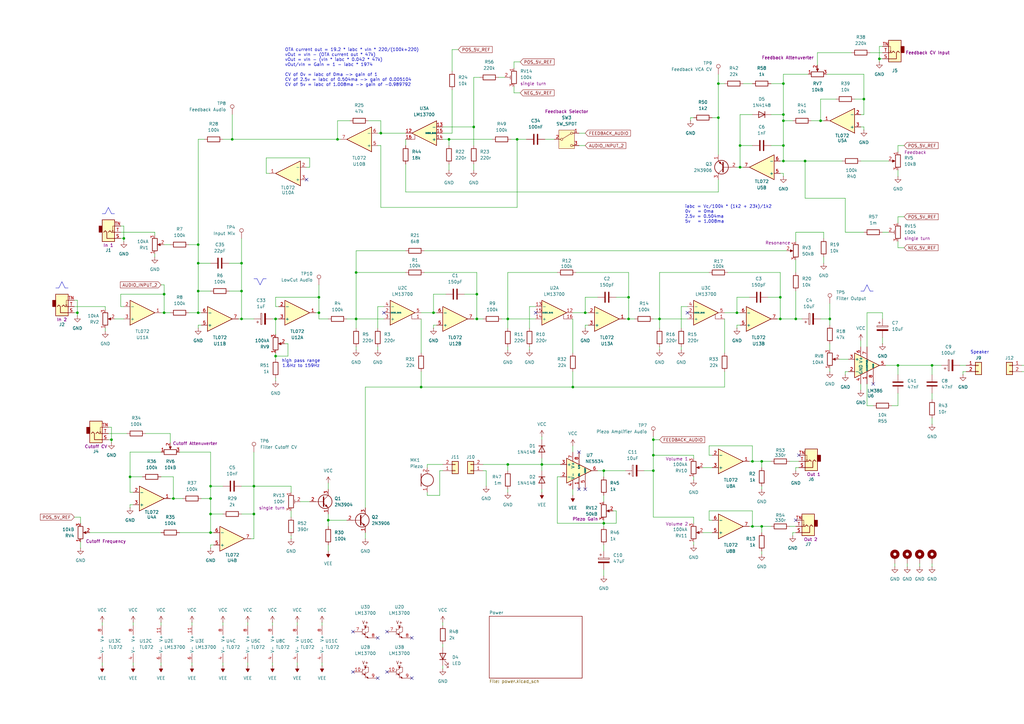
<source format=kicad_sch>
(kicad_sch (version 20250114) (generator "eeschema") (generator_version "9.0")
  (paper "A3")
  (title_block (title "Hierophone") (rev "r02") (company "Helical Sounds") (comment 2 "creativecommons.org/licenses/by/4.0/") (comment 3 "License: CC BY 4.0") (comment 4 "Author: Guy John"))
  (text "high pass range\n1.6Hz to 159Hz" (at 123.444 149.098 0) (effects (font (size 1.27 1.27))))
  (text "Speaker" (at 401.828 144.526 0) (effects (font (size 1.27 1.27))))
  (text "OTA current out = 19.2 * iabc * vIn * 220/(100k+220)\nvOut = vIn - (OTA current out * 47k)\nvOut = vIn - (vIn * iabc * 0.042 * 47k)\nvOut/vIn = Gain = 1 - iabc * 1974\n\nCV of 0v = iabc of 0ma -> gain of 1\nCV of 2.5v = iabc of 0.504ma -> gain of 0.005104\nCV of 5v = iabc of 1.008ma -> gain of -0.989792" (at 116.84 27.686 0) (effects (font (size 1.27 1.27)) (justify left)))
  (text "iabc = Vc/100k * (1k2 + 23k)/1k2\n0v   = 0ma\n2.5v = 0.504ma\n5v   = 1.008ma" (at 280.924 87.884 0) (effects (font (size 1.27 1.27)) (justify left)))
  (junction (at 138.43 57.15))
  (junction (at 308.61 215.9))
  (junction (at 184.15 57.15))
  (junction (at 146.05 111.76))
  (junction (at 222.25 190.5))
  (junction (at 53.34 195.58))
  (junction (at 31.75 128.27))
  (junction (at 212.09 57.15))
  (junction (at 71.12 204.47))
  (junction (at 86.36 218.44))
  (junction (at 67.31 120.65))
  (junction (at 368.3 149.86))
  (junction (at 321.31 34.29))
  (junction (at 130.81 128.27))
  (junction (at 95.25 57.15))
  (junction (at 302.26 128.27))
  (junction (at 194.31 52.07))
  (junction (at 86.36 204.47))
  (junction (at 267.97 193.04))
  (junction (at 320.04 121.92))
  (junction (at 270.51 130.81))
  (junction (at 156.21 54.61))
  (junction (at 240.03 128.27))
  (junction (at 321.31 46.99))
  (junction (at 99.06 107.95))
  (junction (at 113.03 146.05))
  (junction (at 86.36 210.82))
  (junction (at 257.81 121.92))
  (junction (at 234.95 158.75))
  (junction (at 177.8 128.27))
  (junction (at 321.31 66.04))
  (junction (at 104.14 210.82))
  (junction (at 267.97 186.69))
  (junction (at 81.28 100.33))
  (junction (at 308.61 189.23))
  (junction (at 130.81 121.92))
  (junction (at 81.28 128.27))
  (junction (at 257.81 130.81))
  (junction (at 312.42 215.9))
  (junction (at 45.72 180.34))
  (junction (at 303.53 59.69))
  (junction (at 104.14 199.39))
  (junction (at 294.64 34.29))
  (junction (at 382.27 149.86))
  (junction (at 99.06 130.81))
  (junction (at 172.72 158.75))
  (junction (at 81.28 107.95))
  (junction (at 195.58 120.65))
  (junction (at 340.36 130.81))
  (junction (at 312.42 189.23))
  (junction (at 247.65 214.63))
  (junction (at 146.05 130.81))
  (junction (at 336.55 49.53))
  (junction (at 195.58 130.81))
  (junction (at 113.03 130.81))
  (junction (at 326.39 130.81))
  (junction (at 208.28 190.5))
  (junction (at 99.06 119.38))
  (junction (at 320.04 130.81))
  (junction (at 321.31 59.69))
  (junction (at 134.62 213.36))
  (junction (at 330.2 66.04))
  (junction (at 67.31 128.27))
  (junction (at 360.68 24.13))
  (junction (at 294.64 48.26))
  (junction (at 50.8 97.79))
  (junction (at 321.31 49.53))
  (junction (at 303.53 68.58))
  (junction (at 247.65 193.04))
  (junction (at 354.33 40.64))
  (junction (at 208.28 130.81))
  (junction (at 81.28 119.38))
  (junction (at 267.97 180.34))
  (junction (at 86.36 199.39))
  (no_connect (at 219.71 128.27))
  (no_connect (at 158.75 275.59))
  (no_connect (at 144.78 259.08))
  (no_connect (at 168.91 278.13))
  (no_connect (at 237.49 185.42))
  (no_connect (at 281.94 128.27))
  (no_connect (at 154.94 278.13))
  (no_connect (at 237.49 200.66))
  (no_connect (at 157.48 128.27))
  (no_connect (at 144.78 275.59))
  (no_connect (at 358.14 157.48))
  (no_connect (at 125.73 73.66))
  (no_connect (at 326.39 213.36))
  (no_connect (at 168.91 261.62))
  (no_connect (at 154.94 261.62))
  (no_connect (at 158.75 259.08))
  (no_connect (at 327.66 186.69))
  (no_connect (at 240.03 200.66))
  (wire (pts (xy 91.44 199.39) (xy 86.36 199.39)))
  (wire (pts (xy 78.74 273.05) (xy 78.74 271.78)))
  (wire (pts (xy 41.91 255.27) (xy 41.91 256.54)))
  (wire (pts (xy 340.36 124.46) (xy 340.36 130.81)))
  (polyline (pts (xy 41.91 87.63) (xy 43.18 87.63)))
  (wire (pts (xy 377.19 232.41) (xy 377.19 231.14)))
  (polyline (pts (xy 107.95 114.3) (xy 109.22 114.3)))
  (wire (pts (xy 185.42 54.61) (xy 181.61 54.61)))
  (wire (pts (xy 294.64 73.66) (xy 294.64 78.74)))
  (polyline (pts (xy 44.45 85.09) (xy 45.72 87.63)))
  (wire (pts (xy 81.28 107.95) (xy 86.36 107.95)))
  (wire (pts (xy 71.12 204.47) (xy 74.93 204.47)))
  (wire (pts (xy 195.58 120.65) (xy 195.58 130.81)))
  (polyline (pts (xy 356.87 119.38) (xy 358.14 119.38)))
  (wire (pts (xy 156.21 49.53) (xy 156.21 54.61)))
  (wire (pts (xy 134.62 210.82) (xy 134.62 213.36)))
  (wire (pts (xy 330.2 66.04) (xy 321.31 66.04)))
  (wire (pts (xy 210.82 35.56) (xy 210.82 38.1)))
  (wire (pts (xy 302.26 133.35) (xy 302.26 134.62)))
  (wire (pts (xy 67.31 120.65) (xy 67.31 128.27)))
  (wire (pts (xy 210.82 25.4) (xy 213.36 25.4)))
  (wire (pts (xy 335.28 21.59) (xy 335.28 26.67)))
  (wire (pts (xy 321.31 46.99) (xy 321.31 49.53)))
  (wire (pts (xy 294.64 30.48) (xy 294.64 34.29)))
  (wire (pts (xy 320.04 71.12) (xy 321.31 71.12)))
  (wire (pts (xy 234.95 130.81) (xy 234.95 144.78)))
  (wire (pts (xy 355.6 128.27) (xy 361.95 128.27)))
  (wire (pts (xy 71.12 195.58) (xy 71.12 204.47)))
  (wire (pts (xy 350.52 40.64) (xy 354.33 40.64)))
  (wire (pts (xy 267.97 186.69) (xy 267.97 193.04)))
  (wire (pts (xy 372.11 232.41) (xy 372.11 231.14)))
  (wire (pts (xy 91.44 210.82) (xy 86.36 210.82)))
  (wire (pts (xy 212.09 57.15) (xy 215.9 57.15)))
  (wire (pts (xy 326.39 218.44) (xy 325.12 218.44)))
  (wire (pts (xy 86.36 204.47) (xy 86.36 199.39)))
  (wire (pts (xy 114.3 125.73) (xy 113.03 125.73)))
  (wire (pts (xy 99.06 199.39) (xy 104.14 199.39)))
  (wire (pts (xy 50.8 125.73) (xy 49.53 125.73)))
  (wire (pts (xy 184.15 57.15) (xy 181.61 57.15)))
  (wire (pts (xy 284.48 186.69) (xy 267.97 186.69)))
  (wire (pts (xy 184.15 57.15) (xy 184.15 59.69)))
  (wire (pts (xy 66.04 116.84) (xy 67.31 116.84)))
  (wire (pts (xy 368.3 99.06) (xy 368.3 101.6)))
  (wire (pts (xy 252.73 209.55) (xy 252.73 214.63)))
  (wire (pts (xy 81.28 119.38) (xy 81.28 128.27)))
  (wire (pts (xy 234.95 128.27) (xy 240.03 128.27)))
  (wire (pts (xy 304.8 34.29) (xy 308.61 34.29)))
  (wire (pts (xy 121.92 273.05) (xy 121.92 271.78)))
  (wire (pts (xy 321.31 66.04) (xy 320.04 66.04)))
  (wire (pts (xy 290.83 209.55) (xy 308.61 209.55)))
  (polyline (pts (xy 26.67 118.11) (xy 27.94 118.11)))
  (wire (pts (xy 353.06 52.07) (xy 354.33 52.07)))
  (wire (pts (xy 185.42 20.32) (xy 185.42 29.21)))
  (wire (pts (xy 354.33 95.25) (xy 346.71 95.25)))
  (wire (pts (xy 361.95 128.27) (xy 361.95 130.81)))
  (wire (pts (xy 312.42 227.33) (xy 312.42 226.06)))
  (wire (pts (xy 245.11 193.04) (xy 247.65 193.04)))
  (polyline (pts (xy 354.33 119.38) (xy 355.6 116.84)))
  (wire (pts (xy 86.36 210.82) (xy 86.36 218.44)))
  (polyline (pts (xy 22.86 118.11) (xy 24.13 118.11)))
  (wire (pts (xy 302.26 121.92) (xy 302.26 128.27)))
  (wire (pts (xy 66.04 185.42) (xy 53.34 185.42)))
  (wire (pts (xy 73.66 185.42) (xy 86.36 185.42)))
  (wire (pts (xy 223.52 57.15) (xy 227.33 57.15)))
  (wire (pts (xy 146.05 102.87) (xy 146.05 111.76)))
  (wire (pts (xy 181.61 265.43) (xy 181.61 264.16)))
  (wire (pts (xy 166.37 78.74) (xy 166.37 67.31)))
  (wire (pts (xy 91.44 57.15) (xy 95.25 57.15)))
  (wire (pts (xy 172.72 152.4) (xy 172.72 158.75)))
  (wire (pts (xy 69.85 177.8) (xy 69.85 181.61)))
  (wire (pts (xy 270.51 111.76) (xy 270.51 130.81)))
  (wire (pts (xy 382.27 149.86) (xy 386.08 149.86)))
  (wire (pts (xy 270.51 130.81) (xy 270.51 134.62)))
  (wire (pts (xy 180.34 203.2) (xy 175.26 203.2)))
  (wire (pts (xy 336.55 49.53) (xy 337.82 49.53)))
  (wire (pts (xy 349.25 21.59) (xy 335.28 21.59)))
  (wire (pts (xy 101.6 273.05) (xy 101.6 271.78)))
  (wire (pts (xy 247.65 223.52) (xy 247.65 226.06)))
  (wire (pts (xy 154.94 125.73) (xy 157.48 125.73)))
  (wire (pts (xy 113.03 130.81) (xy 114.3 130.81)))
  (wire (pts (xy 104.14 210.82) (xy 99.06 210.82)))
  (wire (pts (xy 156.21 54.61) (xy 154.94 54.61)))
  (wire (pts (xy 247.65 233.68) (xy 247.65 236.22)))
  (wire (pts (xy 307.34 189.23) (xy 308.61 189.23)))
  (wire (pts (xy 247.65 203.2) (xy 247.65 205.74)))
  (wire (pts (xy 367.03 232.41) (xy 367.03 231.14)))
  (wire (pts (xy 45.72 180.34) (xy 45.72 181.61)))
  (wire (pts (xy 166.37 59.69) (xy 166.37 57.15)))
  (wire (pts (xy 308.61 182.88) (xy 290.83 182.88)))
  (wire (pts (xy 360.68 19.05) (xy 360.68 24.13)))
  (wire (pts (xy 104.14 185.42) (xy 104.14 199.39)))
  (wire (pts (xy 86.36 119.38) (xy 81.28 119.38)))
  (wire (pts (xy 111.76 255.27) (xy 111.76 256.54)))
  (wire (pts (xy 113.03 146.05) (xy 113.03 147.32)))
  (wire (pts (xy 138.43 57.15) (xy 138.43 49.53)))
  (wire (pts (xy 245.11 121.92) (xy 240.03 121.92)))
  (wire (pts (xy 198.12 190.5) (xy 208.28 190.5)))
  (wire (pts (xy 267.97 212.09) (xy 267.97 193.04)))
  (wire (pts (xy 228.6 214.63) (xy 247.65 214.63)))
  (wire (pts (xy 354.33 46.99) (xy 353.06 46.99)))
  (wire (pts (xy 364.49 66.04) (xy 353.06 66.04)))
  (wire (pts (xy 91.44 273.05) (xy 91.44 271.78)))
  (wire (pts (xy 308.61 59.69) (xy 303.53 59.69)))
  (wire (pts (xy 320.04 130.81) (xy 320.04 121.92)))
  (wire (pts (xy 394.97 152.4) (xy 396.24 152.4)))
  (wire (pts (xy 303.53 59.69) (xy 303.53 68.58)))
  (wire (pts (xy 82.55 133.35) (xy 81.28 133.35)))
  (wire (pts (xy 292.1 48.26) (xy 294.64 48.26)))
  (wire (pts (xy 127 205.74) (xy 123.19 205.74)))
  (wire (pts (xy 326.39 95.25) (xy 326.39 99.06)))
  (wire (pts (xy 316.23 46.99) (xy 321.31 46.99)))
  (wire (pts (xy 284.48 48.26) (xy 283.21 48.26)))
  (wire (pts (xy 173.99 102.87) (xy 322.58 102.87)))
  (wire (pts (xy 54.61 255.27) (xy 54.61 256.54)))
  (wire (pts (xy 354.33 52.07) (xy 354.33 53.34)))
  (wire (pts (xy 149.86 218.44) (xy 149.86 220.98)))
  (wire (pts (xy 50.8 97.79) (xy 50.8 99.06)))
  (wire (pts (xy 102.87 220.98) (xy 104.14 220.98)))
  (wire (pts (xy 217.17 125.73) (xy 217.17 134.62)))
  (wire (pts (xy 294.64 34.29) (xy 297.18 34.29)))
  (wire (pts (xy 339.09 30.48) (xy 354.33 30.48)))
  (wire (pts (xy 53.34 185.42) (xy 53.34 195.58)))
  (wire (pts (xy 368.3 149.86) (xy 368.3 153.67)))
  (wire (pts (xy 138.43 57.15) (xy 139.7 57.15)))
  (wire (pts (xy 365.76 166.37) (xy 368.3 166.37)))
  (wire (pts (xy 177.8 128.27) (xy 179.07 128.27)))
  (wire (pts (xy 130.81 128.27) (xy 129.54 128.27)))
  (wire (pts (xy 210.82 25.4) (xy 210.82 27.94)))
  (wire (pts (xy 320.04 130.81) (xy 326.39 130.81)))
  (wire (pts (xy 321.31 49.53) (xy 321.31 59.69)))
  (wire (pts (xy 95.25 46.99) (xy 95.25 57.15)))
  (wire (pts (xy 419.1 149.86) (xy 424.18 149.86)))
  (wire (pts (xy 177.8 128.27) (xy 172.72 128.27)))
  (wire (pts (xy 290.83 182.88) (xy 290.83 186.69)))
  (wire (pts (xy 154.94 59.69) (xy 156.21 59.69)))
  (wire (pts (xy 81.28 133.35) (xy 81.28 134.62)))
  (wire (pts (xy 331.47 30.48) (xy 321.31 30.48)))
  (wire (pts (xy 181.61 193.04) (xy 180.34 193.04)))
  (wire (pts (xy 156.21 85.09) (xy 212.09 85.09)))
  (wire (pts (xy 279.4 134.62) (xy 279.4 125.73)))
  (wire (pts (xy 354.33 30.48) (xy 354.33 40.64)))
  (wire (pts (xy 149.86 158.75) (xy 172.72 158.75)))
  (wire (pts (xy 325.12 49.53) (xy 321.31 49.53)))
  (wire (pts (xy 326.39 106.68) (xy 326.39 111.76)))
  (polyline (pts (xy 355.6 116.84) (xy 356.87 119.38)))
  (wire (pts (xy 247.65 214.63) (xy 247.65 215.9)))
  (wire (pts (xy 119.38 199.39) (xy 119.38 201.93)))
  (wire (pts (xy 323.85 189.23) (xy 327.66 189.23)))
  (polyline (pts (xy 105.41 114.3) (xy 106.68 116.84)))
  (wire (pts (xy 279.4 142.24) (xy 279.4 143.51)))
  (wire (pts (xy 146.05 111.76) (xy 146.05 130.81)))
  (wire (pts (xy 336.55 49.53) (xy 332.74 49.53)))
  (wire (pts (xy 288.29 191.77) (xy 292.1 191.77)))
  (wire (pts (xy 91.44 255.27) (xy 91.44 256.54)))
  (polyline (pts (xy 104.14 114.3) (xy 105.41 114.3)))
  (wire (pts (xy 67.31 100.33) (xy 69.85 100.33)))
  (wire (pts (xy 393.7 149.86) (xy 396.24 149.86)))
  (wire (pts (xy 93.98 107.95) (xy 99.06 107.95)))
  (wire (pts (xy 252.73 121.92) (xy 257.81 121.92)))
  (wire (pts (xy 204.47 31.75) (xy 207.01 31.75)))
  (wire (pts (xy 134.62 213.36) (xy 134.62 215.9)))
  (wire (pts (xy 195.58 111.76) (xy 195.58 120.65)))
  (wire (pts (xy 219.71 125.73) (xy 217.17 125.73)))
  (wire (pts (xy 326.39 119.38) (xy 326.39 130.81)))
  (wire (pts (xy 134.62 223.52) (xy 134.62 226.06)))
  (wire (pts (xy 111.76 130.81) (xy 113.03 130.81)))
  (wire (pts (xy 336.55 40.64) (xy 336.55 49.53)))
  (wire (pts (xy 185.42 36.83) (xy 185.42 54.61)))
  (wire (pts (xy 54.61 273.05) (xy 54.61 271.78)))
  (wire (pts (xy 298.45 111.76) (xy 320.04 111.76)))
  (wire (pts (xy 208.28 190.5) (xy 222.25 190.5)))
  (wire (pts (xy 308.61 215.9) (xy 307.34 215.9)))
  (wire (pts (xy 194.31 31.75) (xy 194.31 52.07)))
  (wire (pts (xy 116.84 140.97) (xy 118.11 140.97)))
  (wire (pts (xy 177.8 133.35) (xy 179.07 133.35)))
  (wire (pts (xy 308.61 46.99) (xy 303.53 46.99)))
  (wire (pts (xy 50.8 92.71) (xy 50.8 97.79)))
  (wire (pts (xy 101.6 255.27) (xy 101.6 256.54)))
  (wire (pts (xy 199.39 193.04) (xy 198.12 193.04)))
  (wire (pts (xy 146.05 130.81) (xy 146.05 134.62)))
  (wire (pts (xy 217.17 142.24) (xy 217.17 143.51)))
  (wire (pts (xy 53.34 195.58) (xy 53.34 201.93)))
  (wire (pts (xy 86.36 218.44) (xy 87.63 218.44)))
  (wire (pts (xy 205.74 130.81) (xy 208.28 130.81)))
  (wire (pts (xy 99.06 119.38) (xy 99.06 130.81)))
  (wire (pts (xy 77.47 128.27) (xy 81.28 128.27)))
  (wire (pts (xy 312.42 189.23) (xy 312.42 191.77)))
  (wire (pts (xy 312.42 215.9) (xy 312.42 218.44)))
  (wire (pts (xy 323.85 215.9) (xy 326.39 215.9)))
  (wire (pts (xy 81.28 57.15) (xy 83.82 57.15)))
  (polyline (pts (xy 45.72 87.63) (xy 46.99 87.63)))
  (wire (pts (xy 234.95 158.75) (xy 297.18 158.75)))
  (wire (pts (xy 138.43 49.53) (xy 143.51 49.53)))
  (wire (pts (xy 303.53 46.99) (xy 303.53 59.69)))
  (wire (pts (xy 326.39 191.77) (xy 326.39 193.04)))
  (wire (pts (xy 355.6 166.37) (xy 358.14 166.37)))
  (wire (pts (xy 46.99 130.81) (xy 50.8 130.81)))
  (wire (pts (xy 125.73 68.58) (xy 127 68.58)))
  (wire (pts (xy 312.42 215.9) (xy 316.23 215.9)))
  (wire (pts (xy 247.65 193.04) (xy 247.65 195.58)))
  (wire (pts (xy 257.81 121.92) (xy 257.81 130.81)))
  (wire (pts (xy 270.51 142.24) (xy 270.51 143.51)))
  (wire (pts (xy 99.06 97.79) (xy 99.06 107.95)))
  (wire (pts (xy 67.31 128.27) (xy 69.85 128.27)))
  (wire (pts (xy 53.34 201.93) (xy 54.61 201.93)))
  (wire (pts (xy 320.04 111.76) (xy 320.04 121.92)))
  (wire (pts (xy 337.82 97.79) (xy 337.82 95.25)))
  (wire (pts (xy 290.83 186.69) (xy 292.1 186.69)))
  (wire (pts (xy 119.38 212.09) (xy 119.38 209.55)))
  (wire (pts (xy 146.05 111.76) (xy 166.37 111.76)))
  (wire (pts (xy 113.03 130.81) (xy 113.03 137.16)))
  (wire (pts (xy 368.3 101.6) (xy 370.84 101.6)))
  (wire (pts (xy 86.36 210.82) (xy 86.36 204.47)))
  (wire (pts (xy 302.26 68.58) (xy 303.53 68.58)))
  (wire (pts (xy 109.22 71.12) (xy 110.49 71.12)))
  (wire (pts (xy 308.61 215.9) (xy 312.42 215.9)))
  (wire (pts (xy 360.68 24.13) (xy 360.68 25.4)))
  (wire (pts (xy 355.6 142.24) (xy 355.6 128.27)))
  (wire (pts (xy 130.81 130.81) (xy 134.62 130.81)))
  (wire (pts (xy 370.84 59.69) (xy 368.3 59.69)))
  (wire (pts (xy 86.36 223.52) (xy 86.36 224.79)))
  (wire (pts (xy 31.75 128.27) (xy 31.75 129.54)))
  (wire (pts (xy 146.05 142.24) (xy 146.05 143.51)))
  (wire (pts (xy 41.91 273.05) (xy 41.91 271.78)))
  (wire (pts (xy 86.36 185.42) (xy 86.36 199.39)))
  (wire (pts (xy 36.83 218.44) (xy 66.04 218.44)))
  (polyline (pts (xy 25.4 115.57) (xy 26.67 118.11)))
  (wire (pts (xy 292.1 213.36) (xy 290.83 213.36)))
  (wire (pts (xy 81.28 107.95) (xy 81.28 119.38)))
  (wire (pts (xy 279.4 125.73) (xy 281.94 125.73)))
  (wire (pts (xy 104.14 220.98) (xy 104.14 210.82)))
  (wire (pts (xy 222.25 201.93) (xy 222.25 200.66)))
  (wire (pts (xy 290.83 213.36) (xy 290.83 209.55)))
  (wire (pts (xy 87.63 223.52) (xy 86.36 223.52)))
  (wire (pts (xy 99.06 107.95) (xy 99.06 119.38)))
  (wire (pts (xy 118.11 140.97) (xy 118.11 146.05)))
  (wire (pts (xy 66.04 128.27) (xy 67.31 128.27)))
  (wire (pts (xy 342.9 40.64) (xy 336.55 40.64)))
  (wire (pts (xy 66.04 255.27) (xy 66.04 256.54)))
  (wire (pts (xy 237.49 59.69) (xy 240.03 59.69)))
  (wire (pts (xy 63.5 105.41) (xy 63.5 104.14)))
  (wire (pts (xy 340.36 140.97) (xy 340.36 143.51)))
  (wire (pts (xy 240.03 128.27) (xy 241.3 128.27)))
  (wire (pts (xy 368.3 59.69) (xy 368.3 62.23)))
  (polyline (pts (xy 43.18 87.63) (xy 44.45 85.09)))
  (wire (pts (xy 330.2 81.28) (xy 330.2 66.04)))
  (wire (pts (xy 222.25 179.07) (xy 222.25 180.34)))
  (wire (pts (xy 284.48 223.52) (xy 284.48 222.25)))
  (wire (pts (xy 146.05 130.81) (xy 157.48 130.81)))
  (wire (pts (xy 347.98 152.4) (xy 346.71 152.4)))
  (wire (pts (xy 53.34 207.01) (xy 53.34 208.28)))
  (wire (pts (xy 419.1 152.4) (xy 424.18 152.4)))
  (wire (pts (xy 77.47 100.33) (xy 81.28 100.33)))
  (wire (pts (xy 234.95 182.88) (xy 234.95 185.42)))
  (wire (pts (xy 134.62 198.12) (xy 134.62 200.66)))
  (wire (pts (xy 234.95 152.4) (xy 234.95 158.75)))
  (wire (pts (xy 119.38 220.98) (xy 119.38 219.71)))
  (wire (pts (xy 382.27 232.41) (xy 382.27 231.14)))
  (wire (pts (xy 257.81 111.76) (xy 257.81 121.92)))
  (wire (pts (xy 81.28 57.15) (xy 81.28 100.33)))
  (wire (pts (xy 208.28 130.81) (xy 208.28 134.62)))
  (wire (pts (xy 368.3 149.86) (xy 382.27 149.86)))
  (wire (pts (xy 208.28 111.76) (xy 208.28 130.81)))
  (wire (pts (xy 132.08 273.05) (xy 132.08 271.78)))
  (wire (pts (xy 33.02 212.09) (xy 33.02 214.63)))
  (polyline (pts (xy 106.68 116.84) (xy 107.95 114.3)))
  (wire (pts (xy 130.81 130.81) (xy 130.81 128.27)))
  (wire (pts (xy 346.71 152.4) (xy 346.71 153.67)))
  (wire (pts (xy 382.27 149.86) (xy 382.27 153.67)))
  (wire (pts (xy 45.72 175.26) (xy 45.72 180.34)))
  (wire (pts (xy 284.48 187.96) (xy 284.48 186.69)))
  (wire (pts (xy 43.18 135.89) (xy 43.18 134.62)))
  (wire (pts (xy 199.39 193.04) (xy 199.39 199.39)))
  (wire (pts (xy 321.31 59.69) (xy 321.31 66.04)))
  (wire (pts (xy 308.61 189.23) (xy 308.61 182.88)))
  (wire (pts (xy 194.31 31.75) (xy 196.85 31.75)))
  (wire (pts (xy 264.16 193.04) (xy 267.97 193.04)))
  (wire (pts (xy 180.34 193.04) (xy 180.34 203.2)))
  (wire (pts (xy 49.53 97.79) (xy 50.8 97.79)))
  (wire (pts (xy 209.55 57.15) (xy 212.09 57.15)))
  (wire (pts (xy 340.36 130.81) (xy 340.36 133.35)))
  (wire (pts (xy 240.03 133.35) (xy 240.03 134.62)))
  (wire (pts (xy 99.06 130.81) (xy 97.79 130.81)))
  (wire (pts (xy 142.24 130.81) (xy 146.05 130.81)))
  (wire (pts (xy 241.3 133.35) (xy 240.03 133.35)))
  (wire (pts (xy 208.28 142.24) (xy 208.28 143.51)))
  (wire (pts (xy 49.53 92.71) (xy 50.8 92.71)))
  (wire (pts (xy 175.26 191.77) (xy 175.26 190.5)))
  (wire (pts (xy 31.75 123.19) (xy 31.75 128.27)))
  (wire (pts (xy 327.66 191.77) (xy 326.39 191.77)))
  (wire (pts (xy 361.95 95.25) (xy 364.49 95.25)))
  (wire (pts (xy 132.08 255.27) (xy 132.08 256.54)))
  (wire (pts (xy 288.29 218.44) (xy 292.1 218.44)))
  (wire (pts (xy 368.3 72.39) (xy 368.3 69.85)))
  (wire (pts (xy 44.45 175.26) (xy 45.72 175.26)))
  (wire (pts (xy 30.48 123.19) (xy 31.75 123.19)))
  (wire (pts (xy 382.27 161.29) (xy 382.27 163.83)))
  (wire (pts (xy 63.5 95.25) (xy 63.5 96.52)))
  (wire (pts (xy 181.61 274.32) (xy 181.61 273.05)))
  (wire (pts (xy 361.95 21.59) (xy 356.87 21.59)))
  (wire (pts (xy 104.14 199.39) (xy 104.14 210.82)))
  (wire (pts (xy 151.13 49.53) (xy 156.21 49.53)))
  (wire (pts (xy 49.53 120.65) (xy 67.31 120.65)))
  (wire (pts (xy 184.15 57.15) (xy 201.93 57.15)))
  (wire (pts (xy 156.21 54.61) (xy 166.37 54.61)))
  (wire (pts (xy 113.03 146.05) (xy 113.03 144.78)))
  (wire (pts (xy 113.03 156.21) (xy 113.03 154.94)))
  (wire (pts (xy 59.69 177.8) (xy 69.85 177.8)))
  (wire (pts (xy 194.31 52.07) (xy 194.31 59.69)))
  (wire (pts (xy 251.46 209.55) (xy 252.73 209.55)))
  (wire (pts (xy 316.23 59.69) (xy 321.31 59.69)))
  (wire (pts (xy 346.71 81.28) (xy 330.2 81.28)))
  (wire (pts (xy 344.17 147.32) (xy 347.98 147.32)))
  (wire (pts (xy 297.18 152.4) (xy 297.18 158.75)))
  (wire (pts (xy 113.03 125.73) (xy 113.03 121.92)))
  (wire (pts (xy 222.25 187.96) (xy 222.25 190.5)))
  (wire (pts (xy 33.02 224.79) (xy 33.02 222.25)))
  (wire (pts (xy 368.3 166.37) (xy 368.3 161.29)))
  (wire (pts (xy 321.31 30.48) (xy 321.31 34.29)))
  (wire (pts (xy 172.72 130.81) (xy 172.72 144.78)))
  (wire (pts (xy 30.48 212.09) (xy 33.02 212.09)))
  (wire (pts (xy 294.64 48.26) (xy 294.64 63.5)))
  (wire (pts (xy 93.98 119.38) (xy 99.06 119.38)))
  (wire (pts (xy 49.53 125.73) (xy 49.53 120.65)))
  (wire (pts (xy 67.31 116.84) (xy 67.31 120.65)))
  (wire (pts (xy 127 64.77) (xy 109.22 64.77)))
  (wire (pts (xy 95.25 57.15) (xy 138.43 57.15)))
  (wire (pts (xy 297.18 130.81) (xy 297.18 144.78)))
  (wire (pts (xy 302.26 133.35) (xy 303.53 133.35)))
  (wire (pts (xy 247.65 213.36) (xy 247.65 214.63)))
  (wire (pts (xy 146.05 102.87) (xy 166.37 102.87)))
  (wire (pts (xy 325.12 218.44) (xy 325.12 219.71)))
  (wire (pts (xy 336.55 130.81) (xy 340.36 130.81)))
  (wire (pts (xy 284.48 212.09) (xy 267.97 212.09)))
  (wire (pts (xy 284.48 196.85) (xy 284.48 195.58)))
  (wire (pts (xy 195.58 130.81) (xy 194.31 130.81)))
  (wire (pts (xy 345.44 66.04) (xy 330.2 66.04)))
  (wire (pts (xy 228.6 111.76) (xy 208.28 111.76)))
  (wire (pts (xy 303.53 68.58) (xy 304.8 68.58)))
  (wire (pts (xy 212.09 85.09) (xy 212.09 57.15)))
  (wire (pts (xy 394.97 153.67) (xy 394.97 152.4)))
  (wire (pts (xy 194.31 69.85) (xy 194.31 67.31)))
  (wire (pts (xy 71.12 204.47) (xy 69.85 204.47)))
  (wire (pts (xy 81.28 128.27) (xy 82.55 128.27)))
  (wire (pts (xy 130.81 116.84) (xy 130.81 121.92)))
  (wire (pts (xy 257.81 130.81) (xy 256.54 130.81)))
  (wire (pts (xy 82.55 204.47) (xy 86.36 204.47)))
  (wire (pts (xy 208.28 200.66) (xy 208.28 201.93)))
  (wire (pts (xy 58.42 195.58) (xy 53.34 195.58)))
  (wire (pts (xy 172.72 158.75) (xy 234.95 158.75)))
  (wire (pts (xy 290.83 111.76) (xy 270.51 111.76)))
  (wire (pts (xy 284.48 214.63) (xy 284.48 212.09)))
  (wire (pts (xy 187.96 20.32) (xy 185.42 20.32)))
  (wire (pts (xy 340.36 152.4) (xy 340.36 151.13)))
  (wire (pts (xy 228.6 195.58) (xy 228.6 214.63)))
  (wire (pts (xy 312.42 189.23) (xy 316.23 189.23)))
  (wire (pts (xy 111.76 273.05) (xy 111.76 271.78)))
  (wire (pts (xy 368.3 88.9) (xy 368.3 91.44)))
  (wire (pts (xy 346.71 95.25) (xy 346.71 81.28)))
  (wire (pts (xy 240.03 121.92) (xy 240.03 128.27)))
  (wire (pts (xy 121.92 255.27) (xy 121.92 256.54)))
  (wire (pts (xy 237.49 54.61) (xy 240.03 54.61)))
  (wire (pts (xy 99.06 130.81) (xy 104.14 130.81)))
  (wire (pts (xy 222.25 190.5) (xy 222.25 193.04)))
  (wire (pts (xy 73.66 218.44) (xy 86.36 218.44)))
  (wire (pts (xy 308.61 189.23) (xy 312.42 189.23)))
  (wire (pts (xy 134.62 213.36) (xy 142.24 213.36)))
  (wire (pts (xy 109.22 64.77) (xy 109.22 71.12)))
  (wire (pts (xy 81.28 100.33) (xy 81.28 107.95)))
  (wire (pts (xy 312.42 200.66) (xy 312.42 199.39)))
  (wire (pts (xy 337.82 95.25) (xy 326.39 95.25)))
  (wire (pts (xy 156.21 59.69) (xy 156.21 85.09)))
  (wire (pts (xy 130.81 121.92) (xy 130.81 128.27)))
  (wire (pts (xy 54.61 207.01) (xy 53.34 207.01)))
  (wire (pts (xy 149.86 158.75) (xy 149.86 208.28)))
  (wire (pts (xy 177.8 133.35) (xy 177.8 134.62)))
  (wire (pts (xy 297.18 128.27) (xy 302.26 128.27)))
  (wire (pts (xy 30.48 128.27) (xy 31.75 128.27)))
  (polyline (pts (xy 24.13 118.11) (xy 25.4 115.57)))
  (wire (pts (xy 43.18 125.73) (xy 43.18 127)))
  (wire (pts (xy 270.51 130.81) (xy 281.94 130.81)))
  (wire (pts (xy 66.04 195.58) (xy 71.12 195.58)))
  (wire (pts (xy 321.31 34.29) (xy 321.31 46.99)))
  (wire (pts (xy 234.95 203.2) (xy 234.95 200.66)))
  (wire (pts (xy 175.26 203.2) (xy 175.26 201.93)))
  (wire (pts (xy 294.64 34.29) (xy 294.64 48.26)))
  (wire (pts (xy 353.06 139.7) (xy 353.06 142.24)))
  (polyline (pts (xy 353.06 119.38) (xy 354.33 119.38)))
  (wire (pts (xy 368.3 88.9) (xy 370.84 88.9)))
  (wire (pts (xy 308.61 209.55) (xy 308.61 215.9)))
  (wire (pts (xy 355.6 157.48) (xy 355.6 166.37)))
  (wire (pts (xy 78.74 255.27) (xy 78.74 256.54)))
  (wire (pts (xy 267.97 180.34) (xy 270.51 180.34)))
  (wire (pts (xy 208.28 190.5) (xy 208.28 193.04)))
  (wire (pts (xy 302.26 128.27) (xy 303.53 128.27)))
  (wire (pts (xy 182.88 120.65) (xy 177.8 120.65)))
  (wire (pts (xy 318.77 130.81) (xy 320.04 130.81)))
  (wire (pts (xy 175.26 190.5) (xy 181.61 190.5)))
  (wire (pts (xy 236.22 111.76) (xy 257.81 111.76)))
  (wire (pts (xy 247.65 214.63) (xy 252.73 214.63)))
  (wire (pts (xy 353.06 160.02) (xy 353.06 157.48)))
  (wire (pts (xy 247.65 193.04) (xy 256.54 193.04)))
  (wire (pts (xy 337.82 105.41) (xy 337.82 107.95)))
  (wire (pts (xy 222.25 190.5) (xy 229.87 190.5)))
  (wire (pts (xy 118.11 146.05) (xy 113.03 146.05)))
  (wire (pts (xy 361.95 140.97) (xy 361.95 138.43)))
  (wire (pts (xy 44.45 177.8) (xy 52.07 177.8)))
  (wire (pts (xy 184.15 69.85) (xy 184.15 67.31)))
  (wire (pts (xy 361.95 19.05) (xy 360.68 19.05)))
  (wire (pts (xy 190.5 120.65) (xy 195.58 120.65)))
  (wire (pts (xy 321.31 71.12) (xy 321.31 72.39)))
  (wire (pts (xy 267.97 130.81) (xy 270.51 130.81)))
  (wire (pts (xy 154.94 142.24) (xy 154.94 143.51)))
  (wire (pts (xy 229.87 195.58) (xy 228.6 195.58)))
  (wire (pts (xy 66.04 273.05) (xy 66.04 271.78)))
  (wire (pts (xy 210.82 38.1) (xy 213.36 38.1)))
  (wire (pts (xy 44.45 180.34) (xy 45.72 180.34)))
  (wire (pts (xy 267.97 180.34) (xy 267.97 186.69)))
  (wire (pts (xy 30.48 125.73) (xy 43.18 125.73)))
  (wire (pts (xy 154.94 125.73) (xy 154.94 134.62)))
  (wire (pts (xy 49.53 95.25) (xy 63.5 95.25)))
  (wire (pts (xy 314.96 121.92) (xy 320.04 121.92)))
  (wire (pts (xy 166.37 78.74) (xy 294.64 78.74)))
  (wire (pts (xy 316.23 34.29) (xy 321.31 34.29)))
  (wire (pts (xy 257.81 130.81) (xy 260.35 130.81)))
  (wire (pts (xy 104.14 199.39) (xy 119.38 199.39)))
  (wire (pts (xy 181.61 255.27) (xy 181.61 256.54)))
  (wire (pts (xy 361.95 24.13) (xy 360.68 24.13)))
  (wire (pts (xy 173.99 111.76) (xy 195.58 111.76)))
  (wire (pts (xy 267.97 179.07) (xy 267.97 180.34)))
  (wire (pts (xy 326.39 130.81) (xy 328.93 130.81)))
  (wire (pts (xy 307.34 121.92) (xy 302.26 121.92)))
  (wire (pts (xy 208.28 130.81) (xy 219.71 130.81)))
  (wire (pts (xy 181.61 52.07) (xy 194.31 52.07)))
  (wire (pts (xy 382.27 173.99) (xy 382.27 171.45)))
  (wire (pts (xy 113.03 121.92) (xy 130.81 121.92)))
  (wire (pts (xy 283.21 48.26) (xy 283.21 49.53)))
  (wire (pts (xy 127 68.58) (xy 127 64.77)))
  (wire (pts (xy 198.12 130.81) (xy 195.58 130.81)))
  (wire (pts (xy 363.22 149.86) (xy 368.3 149.86)))
  (wire (pts (xy 177.8 120.65) (xy 177.8 128.27)))
  (wire (pts (xy 354.33 40.64) (xy 354.33 46.99)))
  (global_label "FEEDBACK_AUDIO" (shape input) (at 270.51 180.34 0) (property "Intersheetrefs" "${INTERSHEET_REFS}" (effects (hide yes))))
  (global_label "POS_5V_REF" (shape input) (at 187.96 20.32 0) (property "Intersheetrefs" "${INTERSHEET_REFS}" (effects (hide yes))))
  (global_label "NEG_5V_REF" (shape input) (at 370.84 101.6 0) (property "Intersheetrefs" "${INTERSHEET_REFS}" (effects (hide yes))))
  (global_label "POS_5V_REF" (shape input) (at 370.84 59.69 0) (property "Intersheetrefs" "${INTERSHEET_REFS}" (effects (hide yes))))
  (global_label "AUDIO_INPUT_2" (shape input) (at 240.03 59.69 0) (property "Intersheetrefs" "${INTERSHEET_REFS}" (effects (hide yes))))
  (global_label "FEEDBACK_AUDIO" (shape input) (at 240.03 54.61 0) (property "Intersheetrefs" "${INTERSHEET_REFS}" (effects (hide yes))))
  (global_label "AUDIO_INPUT_2" (shape input) (at 66.04 116.84 180) (property "Intersheetrefs" "${INTERSHEET_REFS}" (effects (hide yes))))
  (global_label "POS_5V_REF" (shape input) (at 30.48 212.09 180) (property "Intersheetrefs" "${INTERSHEET_REFS}" (effects (hide yes))))
  (global_label "NEG_5V_REF" (shape input) (at 213.36 38.1 0) (property "Intersheetrefs" "${INTERSHEET_REFS}" (effects (hide yes))))
  (global_label "POS_5V_REF" (shape input) (at 213.36 25.4 0) (property "Intersheetrefs" "${INTERSHEET_REFS}" (effects (hide yes))))
  (global_label "POS_5V_REF" (shape input) (at 370.84 88.9 0) (property "Intersheetrefs" "${INTERSHEET_REFS}" (effects (hide yes))))
  (symbol (lib_id "power:VCC") (at 91.44 255.27 0) (unit 1)
    (property "Reference" "#PWR075" (effects (hide yes)))
    (property "Value" "VCC" (at 91.44 250.19 0))
    (property "Description" "Power symbol creates a global label with name \"VCC\"" (effects (hide yes)))
  )
  (symbol (lib_id "Amplifier_Operational:TL072") (at 345.44 49.53 180) (unit 1)
    (property "Reference" "U5" (at 345.44 57.658 0))
    (property "Value" "TL072" (at 345.44 55.626 0))
    (property "Footprint" "Package_DIP:DIP-8_W7.62mm_Socket" (effects (hide yes)))
    (property "Datasheet" "http://www.ti.com/lit/ds/symlink/tl071.pdf" (effects (hide yes)))
    (property "Description" "Dual Low-Noise JFET-Input Operational Amplifiers, DIP-8/SOIC-8" (effects (hide yes)))
  )
  (symbol (lib_id "power:VEE") (at 78.74 273.05 180) (unit 1)
    (property "Reference" "#PWR071" (effects (hide yes)))
    (property "Value" "VEE" (at 78.74 278.13 0))
    (property "Description" "Power symbol creates a global label with name \"VEE\"" (effects (hide yes)))
  )
  (symbol (lib_id "Rumblesan_Standard_Parts:C") (at 368.3 157.48 0) (unit 1)
    (property "Reference" "C41" (at 372.11 156.2099 0) (effects (justify left)))
    (property "Value" "47nF" (at 372.11 158.7499 0) (effects (justify left)))
    (property "Footprint" "Rumblesan_Standard_Parts:C_Rect_L7.0mm_W2.5mm_P5.00mm" (effects (hide yes)))
    (property "Description" "Unpolarized capacitor" (effects (hide yes)))
    (property "Spec" "ceramic C0G" (effects (hide yes)))
    (property "Tolerance" "5%" (effects (hide yes)))
  )
  (symbol (lib_id "power:GND") (at 146.05 143.51 0) (unit 1)
    (property "Reference" "#PWR06" (effects (hide yes)))
    (property "Value" "GND" (at 146.05 148.59 0))
    (property "Description" "Power symbol creates a global label with name \"GND\" , ground" (effects (hide yes)))
  )
  (symbol (lib_id "power:GND") (at 199.39 199.39 0) (mirror y) (unit 1)
    (property "Reference" "#PWR050" (effects (hide yes)))
    (property "Value" "GND" (at 199.39 204.47 0))
    (property "Description" "Power symbol creates a global label with name \"GND\" , ground" (effects (hide yes)))
  )
  (symbol (lib_id "power:VEE") (at 234.95 203.2 180) (unit 1)
    (property "Reference" "#PWR047" (effects (hide yes)))
    (property "Value" "VEE" (at 234.95 208.28 0))
    (property "Description" "Power symbol creates a global label with name \"VEE\"" (effects (hide yes)))
  )
  (symbol (lib_id "Rumblesan_Standard_Parts:R") (at 55.88 177.8 90) (unit 1)
    (property "Reference" "R34" (at 55.88 171.45 90))
    (property "Value" "100k" (at 55.88 173.99 90))
    (property "Footprint" "Rumblesan_Standard_Parts:R_Axial_DIN0207_L6.3mm_D2.5mm_P10.16mm_Horizontal" (effects (hide yes)))
    (property "Description" "Resistor" (effects (hide yes)))
    (property "Tolerance" "1%" (effects (hide yes)))
    (property "Power" "0.5W" (effects (hide yes)))
    (property "Spec" "metal film" (effects (hide yes)))
  )
  (symbol (lib_id "Rumblesan_Standard_Parts:R_Potentiometer") (at 69.85 185.42 90) (unit 1)
    (property "Reference" "RV6" (at 69.85 189.23 90))
    (property "Value" "10kB" (at 69.85 191.77 90))
    (property "Footprint" "Rumblesan_Potentiometer_THT:Potentiometer_Alpha_RD901F-40-00D_Single_Vertical" (effects (hide yes)))
    (property "Datasheet" "http://www.taiwanalpha.com/downloads?target=products&id=113" (effects (hide yes)))
    (property "Description" "Potentiometer" (effects (hide yes)))
    (property "Name" "Cutoff Attenuverter" (at 80.01 181.864 90))
  )
  (symbol (lib_id "Connector_Generic:Conn_01x02") (at 186.69 193.04 0) (mirror x) (unit 1) (on_board no)
    (property "Reference" "J11" (at 186.69 187.452 0))
    (property "Value" "Conn_01x02" (effects (hide yes)))
    (property "Footprint" "Rumblesan_Connectors:Molex_KK-254_22-05-7028_1x02_P2.54mm_Horizontal" (effects (hide yes)))
    (property "Description" "Generic connector, single row, 01x02, script generated (kicad-library-utils/schlib/autogen/connector/)" (effects (hide yes)))
  )
  (symbol (lib_id "Amplifier_Audio:LM386") (at 355.6 149.86 0) (unit 1)
    (property "Reference" "U6" (at 357.124 162.306 0))
    (property "Value" "LM386" (at 358.902 160.274 0))
    (property "Footprint" "Package_DIP:DIP-8_W7.62mm_Socket" (effects (hide yes)))
    (property "Datasheet" "http://www.ti.com/lit/ds/symlink/lm386.pdf" (effects (hide yes)))
    (property "Description" "Low Voltage Audio Power Amplifier, DIP-8/SOIC-8/SSOP-8" (effects (hide yes)))
  )
  (symbol (lib_id "power:GND") (at 81.28 134.62 0) (unit 1)
    (property "Reference" "#PWR07" (effects (hide yes)))
    (property "Value" "GND" (at 81.28 139.7 0))
    (property "Description" "Power symbol creates a global label with name \"GND\" , ground" (effects (hide yes)))
  )
  (symbol (lib_id "Transistor_BJT:2N3904") (at 132.08 205.74 0) (unit 1)
    (property "Reference" "Q1" (at 137.16 204.4699 0) (effects (justify left)))
    (property "Value" "2N3904" (at 137.16 207.0099 0) (effects (justify left)))
    (property "Footprint" "Package_TO_SOT_THT:TO-92_Inline_Wide" (effects (hide yes)))
    (property "Datasheet" "https://www.onsemi.com/pub/Collateral/2N3903-D.PDF" (effects (hide yes)))
    (property "Description" "0.2A Ic, 40V Vce, Small Signal NPN Transistor, TO-92" (effects (hide yes)))
  )
  (symbol (lib_id "Amplifier_Operational:LM13700") (at 289.56 128.27 0) (unit 3)
    (property "Reference" "U3" (at 289.56 118.11 0))
    (property "Value" "LM13700" (at 289.56 120.65 0))
    (property "Footprint" "Package_DIP:DIP-16_W7.62mm_Socket" (effects (hide yes)))
    (property "Datasheet" "http://www.ti.com/lit/ds/symlink/lm13700.pdf" (effects (hide yes)))
    (property "Description" "Dual Operational Transconductance Amplifiers with Linearizing Diodes and Buffers, DIP-16/SOIC-16" (effects (hide yes)))
  )
  (symbol (lib_id "Rumblesan_Standard_Parts:R") (at 312.42 34.29 270) (mirror x) (unit 1)
    (property "Reference" "R58" (at 312.42 27.94 90))
    (property "Value" "1k" (at 312.42 30.48 90))
    (property "Footprint" "Rumblesan_Standard_Parts:R_Axial_DIN0207_L6.3mm_D2.5mm_P10.16mm_Horizontal" (effects (hide yes)))
    (property "Description" "Resistor" (effects (hide yes)))
    (property "Tolerance" "1%" (effects (hide yes)))
    (property "Power" "0.5W" (effects (hide yes)))
    (property "Spec" "metal film" (effects (hide yes)))
  )
  (symbol (lib_id "Rumblesan_Standard_Parts:R") (at 346.71 40.64 270) (mirror x) (unit 1)
    (property "Reference" "R39" (at 346.71 34.29 90))
    (property "Value" "10k" (at 346.71 36.83 90))
    (property "Footprint" "Rumblesan_Standard_Parts:R_Axial_DIN0207_L6.3mm_D2.5mm_P10.16mm_Horizontal" (effects (hide yes)))
    (property "Description" "Resistor" (effects (hide yes)))
    (property "Tolerance" "1%" (effects (hide yes)))
    (property "Power" "0.5W" (effects (hide yes)))
    (property "Spec" "metal film" (effects (hide yes)))
  )
  (symbol (lib_id "power:GND") (at 240.03 134.62 0) (unit 1)
    (property "Reference" "#PWR02" (effects (hide yes)))
    (property "Value" "GND" (at 240.03 139.7 0))
    (property "Description" "Power symbol creates a global label with name \"GND\" , ground" (effects (hide yes)))
  )
  (symbol (lib_id "Amplifier_Operational:TL072") (at 248.92 130.81 0) (mirror x) (unit 1)
    (property "Reference" "U13" (at 248.92 140.97 0))
    (property "Value" "TL072" (at 248.92 138.43 0))
    (property "Footprint" "Package_DIP:DIP-8_W7.62mm_Socket" (effects (hide yes)))
    (property "Datasheet" "http://www.ti.com/lit/ds/symlink/tl071.pdf" (effects (hide yes)))
    (property "Description" "Dual Low-Noise JFET-Input Operational Amplifiers, DIP-8/SOIC-8" (effects (hide yes)))
  )
  (symbol (lib_id "Rumblesan_Standard_Parts:R") (at 328.93 49.53 270) (mirror x) (unit 1)
    (property "Reference" "R41" (at 328.93 43.18 90))
    (property "Value" "10k" (at 328.93 45.72 90))
    (property "Footprint" "Rumblesan_Standard_Parts:R_Axial_DIN0207_L6.3mm_D2.5mm_P10.16mm_Horizontal" (effects (hide yes)))
    (property "Description" "Resistor" (effects (hide yes)))
    (property "Tolerance" "1%" (effects (hide yes)))
    (property "Power" "0.5W" (effects (hide yes)))
    (property "Spec" "metal film" (effects (hide yes)))
  )
  (symbol (lib_id "Rumblesan_Standard_Parts:R_Potentiometer") (at 335.28 30.48 90) (unit 1)
    (property "Reference" "RV7" (at 335.28 34.29 90))
    (property "Value" "10kB" (at 335.28 36.83 90))
    (property "Footprint" "Rumblesan_Potentiometer_THT:Potentiometer_Alpha_RD901F-40-00D_Single_Vertical" (effects (hide yes)))
    (property "Datasheet" "http://www.taiwanalpha.com/downloads?target=products&id=113" (effects (hide yes)))
    (property "Description" "Potentiometer" (effects (hide yes)))
    (property "Name" "Feedback Attenuverter" (at 323.088 23.622 90))
  )
  (symbol (lib_id "Rumblesan_Standard_Parts:R") (at 312.42 195.58 0) (mirror y) (unit 1)
    (property "Reference" "R2" (at 309.88 194.3099 0) (effects (justify left)))
    (property "Value" "1k" (at 309.88 196.8499 0) (effects (justify left)))
    (property "Footprint" "Rumblesan_Standard_Parts:R_Axial_DIN0207_L6.3mm_D2.5mm_P10.16mm_Horizontal" (effects (hide yes)))
    (property "Description" "Resistor" (effects (hide yes)))
    (property "Tolerance" "1%" (effects (hide yes)))
    (property "Power" "0.5W" (effects (hide yes)))
    (property "Spec" "metal film" (effects (hide yes)))
  )
  (symbol (lib_id "Rumblesan_Standard_Parts:R_Potentiometer_Trim") (at 119.38 205.74 0) (unit 1)
    (property "Reference" "RV13" (at 116.84 203.1999 0) (effects (justify right)))
    (property "Value" "100r" (at 116.84 205.7399 0) (effects (justify right)))
    (property "Footprint" "Rumblesan_Potentiometer_THT:Potentiometer_THT_Bourns_3306P_Vertical" (effects (hide yes)))
    (property "Description" "Trim-potentiometer" (effects (hide yes)))
    (property "Spec" "single turn" (at 116.84 208.2799 0) (effects (justify right)))
  )
  (symbol (lib_id "Diode:1N4148") (at 222.25 196.85 90) (mirror x) (unit 1)
    (property "Reference" "D2" (at 219.71 195.5799 90) (effects (justify left)))
    (property "Value" "1N4148" (at 219.71 198.1199 90) (effects (justify left)))
    (property "Footprint" "Diode_THT:D_DO-35_SOD27_P7.62mm_Horizontal" (effects (hide yes)))
    (property "Datasheet" "https://assets.nexperia.com/documents/data-sheet/1N4148_1N4448.pdf" (effects (hide yes)))
    (property "Description" "100V 0.15A standard switching diode, DO-35" (effects (hide yes)))
    (property "Sim.Device" "D" (effects (hide yes)))
    (property "Sim.Pins" "1=K 2=A" (effects (hide yes)))
  )
  (symbol (lib_id "Rumblesan_Standard_Parts:R") (at 172.72 148.59 0) (mirror x) (unit 1)
    (property "Reference" "R31" (at 170.18 147.3199 0) (effects (justify right)))
    (property "Value" "22k" (at 170.18 149.8599 0) (effects (justify right)))
    (property "Footprint" "Rumblesan_Standard_Parts:R_Axial_DIN0207_L6.3mm_D2.5mm_P10.16mm_Horizontal" (effects (hide yes)))
    (property "Description" "Resistor" (effects (hide yes)))
    (property "Tolerance" "1%" (effects (hide yes)))
    (property "Power" "0.5W" (effects (hide yes)))
    (property "Spec" "metal film" (effects (hide yes)))
  )
  (symbol (lib_id "Transistor_BJT:2N3906") (at 147.32 213.36 0) (unit 1)
    (property "Reference" "Q2" (at 152.4 212.0899 0) (effects (justify left)))
    (property "Value" "2N3906" (at 152.4 214.6299 0) (effects (justify left)))
    (property "Footprint" "Package_TO_SOT_THT:TO-92_Inline_Wide" (effects (hide yes)))
    (property "Datasheet" "https://www.onsemi.com/pub/Collateral/2N3906-D.PDF" (effects (hide yes)))
    (property "Description" "-0.2A Ic, -40V Vce, Small Signal PNP Transistor, TO-92" (effects (hide yes)))
  )
  (symbol (lib_id "Rumblesan_Standard_Parts:Piezo") (at 175.26 196.85 0) (unit 1) (on_board no)
    (property "Reference" "MK1" (at 168.148 188.722 0) (effects (justify left)))
    (property "Value" "Piezo" (at 168.148 191.262 0) (effects (justify left)))
    (property "Footprint" "Connector_PinHeader_2.54mm:PinHeader_1x02_P2.54mm_Vertical" (effects (hide yes)))
    (property "Description" "Piezo" (effects (hide yes)))
  )
  (symbol (lib_id "Rumblesan_Standard_Parts:R") (at 73.66 128.27 90) (unit 1)
    (property "Reference" "R8" (at 73.66 121.92 90))
    (property "Value" "100k" (at 73.66 124.46 90))
    (property "Footprint" "Rumblesan_Standard_Parts:R_Axial_DIN0207_L6.3mm_D2.5mm_P10.16mm_Horizontal" (effects (hide yes)))
    (property "Description" "Resistor" (effects (hide yes)))
    (property "Tolerance" "1%" (effects (hide yes)))
    (property "Power" "0.5W" (effects (hide yes)))
    (property "Spec" "metal film" (effects (hide yes)))
  )
  (symbol (lib_id "Amplifier_Operational:LM13700") (at 152.4 259.08 0) (unit 4)
    (property "Reference" "U3" (at 149.86 248.92 0))
    (property "Value" "LM13700" (at 149.86 251.46 0))
    (property "Footprint" "Package_DIP:DIP-16_W7.62mm_Socket" (effects (hide yes)))
    (property "Datasheet" "http://www.ti.com/lit/ds/symlink/lm13700.pdf" (effects (hide yes)))
    (property "Description" "Dual Operational Transconductance Amplifiers with Linearizing Diodes and Buffers, DIP-16/SOIC-16" (effects (hide yes)))
  )
  (symbol (lib_id "Rumblesan_Standard_Parts:R") (at 247.65 219.71 0) (unit 1)
    (property "Reference" "R46" (at 250.19 218.4399 0) (effects (justify left)))
    (property "Value" "1k" (at 250.19 220.9799 0) (effects (justify left)))
    (property "Footprint" "Rumblesan_Standard_Parts:R_Axial_DIN0207_L6.3mm_D2.5mm_P10.16mm_Horizontal" (effects (hide yes)))
    (property "Description" "Resistor" (effects (hide yes)))
    (property "Tolerance" "1%" (effects (hide yes)))
    (property "Power" "0.5W" (effects (hide yes)))
    (property "Spec" "metal film" (effects (hide yes)))
  )
  (symbol (lib_id "Connector_Audio:AudioJack2_SwitchT") (at 332.74 189.23 180) (unit 1)
    (property "Reference" "J6" (at 332.74 196.596 0))
    (property "Value" "AudioJack2_SwitchT" (effects (hide yes)))
    (property "Footprint" "Rumblesan_Audio_Connectors:Jack_3.5mm_QingPu_WQP-PJ398SM_Vertical" (effects (hide yes)))
    (property "Description" "Audio Jack, 2 Poles (Mono / TS), Switched T Pole (Normalling)" (effects (hide yes)))
    (property "Name" "Out 1" (at 333.756 194.564 0))
  )
  (symbol (lib_id "Rumblesan_Standard_Parts:R_Potentiometer") (at 368.3 66.04 0) (mirror y) (unit 1)
    (property "Reference" "RV5" (at 370.84 64.7699 0) (effects (justify right)))
    (property "Value" "10kB" (at 370.84 67.3099 0) (effects (justify right)))
    (property "Footprint" "Rumblesan_Potentiometer_THT:Potentiometer_Alpha_RD901F-40-00D_Single_Vertical" (effects (hide yes)))
    (property "Datasheet" "http://www.taiwanalpha.com/downloads?target=products&id=113" (effects (hide yes)))
    (property "Description" "Potentiometer" (effects (hide yes)))
    (property "Name" "Feedback" (at 375.412 62.484 0))
  )
  (symbol (lib_id "Connector_Audio:AudioJack2_SwitchT") (at 39.37 177.8 0) (mirror x) (unit 1)
    (property "Reference" "J4" (at 39.37 185.166 0))
    (property "Value" "AudioJack2_SwitchT" (effects (hide yes)))
    (property "Footprint" "Rumblesan_Audio_Connectors:Jack_3.5mm_QingPu_WQP-PJ398SM_Vertical" (effects (hide yes)))
    (property "Description" "Audio Jack, 2 Poles (Mono / TS), Switched T Pole (Normalling)" (effects (hide yes)))
    (property "Name" "Cutoff CV" (at 39.37 183.134 0))
  )
  (symbol (lib_id "power:GND") (at 340.36 152.4 0) (mirror y) (unit 1)
    (property "Reference" "#PWR042" (effects (hide yes)))
    (property "Value" "GND" (at 340.36 157.48 0))
    (property "Description" "Power symbol creates a global label with name \"GND\" , ground" (effects (hide yes)))
  )
  (symbol (lib_id "Rumblesan_Standard_Parts:R") (at 337.82 101.6 180) (unit 1)
    (property "Reference" "R19" (at 340.36 100.3299 0) (effects (justify right)))
    (property "Value" "10k" (at 340.36 102.8699 0) (effects (justify right)))
    (property "Footprint" "Rumblesan_Standard_Parts:R_Axial_DIN0207_L6.3mm_D2.5mm_P10.16mm_Horizontal" (effects (hide yes)))
    (property "Description" "Resistor" (effects (hide yes)))
    (property "Tolerance" "1%" (effects (hide yes)))
    (property "Power" "0.5W" (effects (hide yes)))
    (property "Spec" "metal film" (effects (hide yes)))
  )
  (symbol (lib_id "power:VCC") (at 234.95 182.88 0) (mirror y) (unit 1)
    (property "Reference" "#PWR046" (effects (hide yes)))
    (property "Value" "VCC" (at 234.95 177.8 0))
    (property "Description" "Power symbol creates a global label with name \"VCC\"" (effects (hide yes)))
  )
  (symbol (lib_id "power:GND") (at 312.42 227.33 0) (mirror y) (unit 1)
    (property "Reference" "#PWR04" (effects (hide yes)))
    (property "Value" "GND" (at 312.42 232.41 0))
    (property "Description" "Power symbol creates a global label with name \"GND\" , ground" (effects (hide yes)))
  )
  (symbol (lib_id "Rumblesan_Standard_Parts:R") (at 95.25 210.82 90) (unit 1)
    (property "Reference" "R29" (at 95.25 204.47 90))
    (property "Value" "2k" (at 95.25 207.01 90))
    (property "Footprint" "Rumblesan_Standard_Parts:R_Axial_DIN0207_L6.3mm_D2.5mm_P10.16mm_Horizontal" (effects (hide yes)))
    (property "Description" "Resistor" (effects (hide yes)))
    (property "Tolerance" "1%" (effects (hide yes)))
    (property "Power" "0.5W" (effects (hide yes)))
    (property "Spec" "metal film" (effects (hide yes)))
  )
  (symbol (lib_id "Amplifier_Operational:TL072") (at 90.17 130.81 0) (mirror x) (unit 2)
    (property "Reference" "U11" (at 90.17 140.97 0))
    (property "Value" "TL072" (at 90.17 138.43 0))
    (property "Footprint" "Package_DIP:DIP-8_W7.62mm_Socket" (effects (hide yes)))
    (property "Datasheet" "http://www.ti.com/lit/ds/symlink/tl071.pdf" (effects (hide yes)))
    (property "Description" "Dual Low-Noise JFET-Input Operational Amplifiers, DIP-8/SOIC-8" (effects (hide yes)))
  )
  (symbol (lib_id "Rumblesan_Standard_Parts:R") (at 208.28 138.43 180) (unit 1)
    (property "Reference" "R11" (at 210.82 137.1599 0) (effects (justify right)))
    (property "Value" "220r" (at 210.82 139.6999 0) (effects (justify right)))
    (property "Footprint" "Rumblesan_Standard_Parts:R_Axial_DIN0207_L6.3mm_D2.5mm_P10.16mm_Horizontal" (effects (hide yes)))
    (property "Description" "Resistor" (effects (hide yes)))
    (property "Tolerance" "1%" (effects (hide yes)))
    (property "Power" "0.5W" (effects (hide yes)))
    (property "Spec" "metal film" (effects (hide yes)))
  )
  (symbol (lib_id "power:VEE") (at 101.6 273.05 180) (unit 1)
    (property "Reference" "#PWR076" (effects (hide yes)))
    (property "Value" "VEE" (at 101.6 278.13 0))
    (property "Description" "Power symbol creates a global label with name \"VEE\"" (effects (hide yes)))
  )
  (symbol (lib_id "Amplifier_Operational:LM13700") (at 166.37 275.59 0) (unit 2)
    (property "Reference" "U3" (at 163.83 265.43 0))
    (property "Value" "LM13700" (at 163.83 267.97 0))
    (property "Footprint" "Package_DIP:DIP-16_W7.62mm_Socket" (effects (hide yes)))
    (property "Datasheet" "http://www.ti.com/lit/ds/symlink/lm13700.pdf" (effects (hide yes)))
    (property "Description" "Dual Operational Transconductance Amplifiers with Linearizing Diodes and Buffers, DIP-16/SOIC-16" (effects (hide yes)))
  )
  (symbol (lib_id "Rumblesan_Standard_Parts:C") (at 382.27 157.48 0) (unit 1)
    (property "Reference" "C8" (at 386.08 156.2099 0) (effects (justify left)))
    (property "Value" "47nF" (at 386.08 158.7499 0) (effects (justify left)))
    (property "Footprint" "Rumblesan_Standard_Parts:C_Rect_L7.0mm_W2.5mm_P5.00mm" (effects (hide yes)))
    (property "Description" "Unpolarized capacitor" (effects (hide yes)))
    (property "Spec" "ceramic C0G" (effects (hide yes)))
    (property "Tolerance" "5%" (effects (hide yes)))
  )
  (symbol (lib_id "Rumblesan_Standard_Parts:R_Potentiometer") (at 113.03 140.97 0) (mirror x) (unit 1)
    (property "Reference" "RV9" (at 110.49 142.2401 0) (effects (justify right)))
    (property "Value" "100kA" (at 110.49 139.7001 0) (effects (justify right)))
    (property "Footprint" "Rumblesan_Potentiometer_THT:Potentiometer_Alpha_RD901F-40-00D_Single_Vertical" (effects (hide yes)))
    (property "Datasheet" "http://www.taiwanalpha.com/downloads?target=products&id=113" (effects (hide yes)))
    (property "Description" "Potentiometer" (effects (hide yes)))
  )
  (symbol (lib_id "power:GND") (at 50.8 99.06 0) (unit 1)
    (property "Reference" "#PWR01" (effects (hide yes)))
    (property "Value" "GND" (at 50.8 104.14 0))
    (property "Description" "Power symbol creates a global label with name \"GND\" , ground" (effects (hide yes)))
  )
  (symbol (lib_id "Rumblesan_Standard_Parts:R") (at 297.18 148.59 0) (mirror x) (unit 1)
    (property "Reference" "R33" (at 294.64 147.3199 0) (effects (justify right)))
    (property "Value" "22k" (at 294.64 149.8599 0) (effects (justify right)))
    (property "Footprint" "Rumblesan_Standard_Parts:R_Axial_DIN0207_L6.3mm_D2.5mm_P10.16mm_Horizontal" (effects (hide yes)))
    (property "Description" "Resistor" (effects (hide yes)))
    (property "Tolerance" "1%" (effects (hide yes)))
    (property "Power" "0.5W" (effects (hide yes)))
    (property "Spec" "metal film" (effects (hide yes)))
  )
  (symbol (lib_id "Rumblesan_Standard_Parts:C_Polarized") (at 260.35 193.04 90) (unit 1)
    (property "Reference" "C11" (at 259.461 185.42 90))
    (property "Value" "10uF" (at 259.461 187.96 90))
    (property "Footprint" "Rumblesan_Standard_Parts:CP_Radial_D5.0mm_P2.00mm" (effects (hide yes)))
    (property "Description" "Polarized capacitor" (effects (hide yes)))
    (property "Spec" "electrolytic" (effects (hide yes)))
    (property "Tolerance" "20%" (effects (hide yes)))
    (property "Voltage" "50v" (effects (hide yes)))
  )
  (symbol (lib_id "power:VEE") (at 66.04 273.05 180) (unit 1)
    (property "Reference" "#PWR070" (effects (hide yes)))
    (property "Value" "VEE" (at 66.04 278.13 0))
    (property "Description" "Power symbol creates a global label with name \"VEE\"" (effects (hide yes)))
  )
  (symbol (lib_id "Connector:TestPoint") (at 267.97 179.07 0) (mirror y) (unit 1) (in_bom no)
    (property "Reference" "TP7" (at 265.43 174.4979 0) (effects (justify left)))
    (property "Value" "Piezo Amplifier Audio" (at 265.43 177.0379 0) (effects (justify left)))
    (property "Footprint" "Rumblesan_Standard_Parts:TestPoint_Loop_D2.50mm_Drill1.0mm_LowProfile" (effects (hide yes)))
    (property "Description" "test point" (effects (hide yes)))
  )
  (symbol (lib_id "Rumblesan_Standard_Parts:R") (at 382.27 167.64 0) (unit 1)
    (property "Reference" "R43" (at 384.81 166.3699 0) (effects (justify left)))
    (property "Value" "10r" (at 384.81 168.9099 0) (effects (justify left)))
    (property "Footprint" "Rumblesan_Standard_Parts:R_Axial_DIN0207_L6.3mm_D2.5mm_P10.16mm_Horizontal" (effects (hide yes)))
    (property "Description" "Resistor" (effects (hide yes)))
    (property "Tolerance" "1%" (effects (hide yes)))
    (property "Power" "0.5W" (effects (hide yes)))
    (property "Spec" "metal film" (effects (hide yes)))
  )
  (symbol (lib_id "Amplifier_Operational:LM13700") (at 81.28 264.16 0) (unit 5)
    (property "Reference" "U3" (at 80.01 262.8899 0) (effects (justify left)))
    (property "Value" "LM13700" (at 80.01 265.4299 0) (effects (justify left)))
    (property "Footprint" "Package_DIP:DIP-16_W7.62mm_Socket" (effects (hide yes)))
    (property "Datasheet" "http://www.ti.com/lit/ds/symlink/lm13700.pdf" (effects (hide yes)))
    (property "Description" "Dual Operational Transconductance Amplifiers with Linearizing Diodes and Buffers, DIP-16/SOIC-16" (effects (hide yes)))
  )
  (symbol (lib_id "Rumblesan_Standard_Parts:R") (at 78.74 204.47 90) (unit 1)
    (property "Reference" "R37" (at 78.74 198.12 90))
    (property "Value" "100k" (at 78.74 200.66 90))
    (property "Footprint" "Rumblesan_Standard_Parts:R_Axial_DIN0207_L6.3mm_D2.5mm_P10.16mm_Horizontal" (effects (hide yes)))
    (property "Description" "Resistor" (effects (hide yes)))
    (property "Tolerance" "1%" (effects (hide yes)))
    (property "Power" "0.5W" (effects (hide yes)))
    (property "Spec" "metal film" (effects (hide yes)))
  )
  (symbol (lib_id "Device:Speaker") (at 429.26 149.86 0) (unit 1) (on_board no)
    (property "Reference" "LS1" (at 434.34 149.8599 0) (effects (justify left)))
    (property "Value" "Surface Transducer" (at 434.34 152.3999 0) (effects (justify left)))
    (property "Description" "Speaker" (effects (hide yes)))
  )
  (symbol (lib_id "Rumblesan_Standard_Parts:R_Potentiometer") (at 284.48 218.44 0) (mirror x) (unit 1)
    (property "Reference" "RV11" (at 281.94 219.7101 0) (effects (justify right)))
    (property "Value" "100kA" (at 281.94 217.1701 0) (effects (justify right)))
    (property "Footprint" "Rumblesan_Potentiometer_THT:Potentiometer_Alpha_RD901F-40-00D_Single_Vertical" (effects (hide yes)))
    (property "Datasheet" "http://www.taiwanalpha.com/downloads?target=products&id=113" (effects (hide yes)))
    (property "Description" "Potentiometer" (effects (hide yes)))
    (property "Name" "Volume 2" (at 277.622 214.884 0))
  )
  (symbol (lib_id "power:GND") (at 279.4 143.51 0) (unit 1)
    (property "Reference" "#PWR015" (effects (hide yes)))
    (property "Value" "GND" (at 279.4 148.59 0))
    (property "Description" "Power symbol creates a global label with name \"GND\" , ground" (effects (hide yes)))
  )
  (symbol (lib_id "power:VEE") (at 121.92 273.05 180) (unit 1)
    (property "Reference" "#PWR082" (effects (hide yes)))
    (property "Value" "VEE" (at 121.92 278.13 0))
    (property "Description" "Power symbol creates a global label with name \"VEE\"" (effects (hide yes)))
  )
  (symbol (lib_id "Rumblesan_Standard_Parts:R") (at 201.93 130.81 90) (unit 1)
    (property "Reference" "R9" (at 201.93 124.46 90))
    (property "Value" "100k" (at 201.93 127 90))
    (property "Footprint" "Rumblesan_Standard_Parts:R_Axial_DIN0207_L6.3mm_D2.5mm_P10.16mm_Horizontal" (effects (hide yes)))
    (property "Description" "Resistor" (effects (hide yes)))
    (property "Tolerance" "1%" (effects (hide yes)))
    (property "Power" "0.5W" (effects (hide yes)))
    (property "Spec" "metal film" (effects (hide yes)))
  )
  (symbol (lib_id "power:VCC") (at 54.61 255.27 0) (unit 1)
    (property "Reference" "#PWR068" (effects (hide yes)))
    (property "Value" "VCC" (at 54.61 250.19 0))
    (property "Description" "Power symbol creates a global label with name \"VCC\"" (effects (hide yes)))
  )
  (symbol (lib_id "Rumblesan_Standard_Parts:R") (at 358.14 95.25 270) (unit 1)
    (property "Reference" "R57" (at 358.14 88.9 90))
    (property "Value" "1m" (at 358.14 91.44 90))
    (property "Footprint" "Rumblesan_Standard_Parts:R_Axial_DIN0207_L6.3mm_D2.5mm_P10.16mm_Horizontal" (effects (hide yes)))
    (property "Description" "Resistor" (effects (hide yes)))
    (property "Tolerance" "1%" (effects (hide yes)))
    (property "Power" "0.5W" (effects (hide yes)))
    (property "Spec" "metal film" (effects (hide yes)))
  )
  (symbol (lib_id "Rumblesan_Standard_Parts:R") (at 264.16 130.81 90) (unit 1)
    (property "Reference" "R14" (at 264.16 124.46 90))
    (property "Value" "100k" (at 264.16 127 90))
    (property "Footprint" "Rumblesan_Standard_Parts:R_Axial_DIN0207_L6.3mm_D2.5mm_P10.16mm_Horizontal" (effects (hide yes)))
    (property "Description" "Resistor" (effects (hide yes)))
    (property "Tolerance" "1%" (effects (hide yes)))
    (property "Power" "0.5W" (effects (hide yes)))
    (property "Spec" "metal film" (effects (hide yes)))
  )
  (symbol (lib_id "Rumblesan_Standard_Parts:R") (at 353.06 21.59 270) (mirror x) (unit 1)
    (property "Reference" "R38" (at 353.06 15.24 90))
    (property "Value" "220k" (at 353.06 17.78 90))
    (property "Footprint" "Rumblesan_Standard_Parts:R_Axial_DIN0207_L6.3mm_D2.5mm_P10.16mm_Horizontal" (effects (hide yes)))
    (property "Description" "Resistor" (effects (hide yes)))
    (property "Tolerance" "1%" (effects (hide yes)))
    (property "Power" "0.5W" (effects (hide yes)))
    (property "Spec" "metal film" (effects (hide yes)))
  )
  (symbol (lib_id "Rumblesan_Standard_Parts:R") (at 134.62 219.71 180) (unit 1)
    (property "Reference" "R30" (at 137.16 218.4399 0) (effects (justify right)))
    (property "Value" "100k" (at 137.16 220.9799 0) (effects (justify right)))
    (property "Footprint" "Rumblesan_Standard_Parts:R_Axial_DIN0207_L6.3mm_D2.5mm_P10.16mm_Horizontal" (effects (hide yes)))
    (property "Description" "Resistor" (effects (hide yes)))
    (property "Tolerance" "1%" (effects (hide yes)))
    (property "Power" "0.5W" (effects (hide yes)))
    (property "Spec" "metal film" (effects (hide yes)))
  )
  (symbol (lib_id "Rumblesan_Standard_Parts:R") (at 234.95 148.59 0) (mirror x) (unit 1)
    (property "Reference" "R32" (at 232.41 147.3199 0) (effects (justify right)))
    (property "Value" "22k" (at 232.41 149.8599 0) (effects (justify right)))
    (property "Footprint" "Rumblesan_Standard_Parts:R_Axial_DIN0207_L6.3mm_D2.5mm_P10.16mm_Horizontal" (effects (hide yes)))
    (property "Description" "Resistor" (effects (hide yes)))
    (property "Tolerance" "1%" (effects (hide yes)))
    (property "Power" "0.5W" (effects (hide yes)))
    (property "Spec" "metal film" (effects (hide yes)))
  )
  (symbol (lib_id "Rumblesan_Standard_Parts:R") (at 170.18 102.87 90) (unit 1)
    (property "Reference" "R21" (at 170.18 96.52 90))
    (property "Value" "6k8" (at 170.18 99.06 90))
    (property "Footprint" "Rumblesan_Standard_Parts:R_Axial_DIN0207_L6.3mm_D2.5mm_P10.16mm_Horizontal" (effects (hide yes)))
    (property "Description" "Resistor" (effects (hide yes)))
    (property "Tolerance" "1%" (effects (hide yes)))
    (property "Power" "0.5W" (effects (hide yes)))
    (property "Spec" "metal film" (effects (hide yes)))
  )
  (symbol (lib_id "power:VEE") (at 91.44 273.05 180) (unit 1)
    (property "Reference" "#PWR072" (effects (hide yes)))
    (property "Value" "VEE" (at 91.44 278.13 0))
    (property "Description" "Power symbol creates a global label with name \"VEE\"" (effects (hide yes)))
  )
  (symbol (lib_id "power:GND") (at 337.82 107.95 0) (unit 1)
    (property "Reference" "#PWR018" (effects (hide yes)))
    (property "Value" "GND" (at 337.82 113.03 0))
    (property "Description" "Power symbol creates a global label with name \"GND\" , ground" (effects (hide yes)))
  )
  (symbol (lib_id "power:GND") (at 394.97 153.67 0) (mirror y) (unit 1)
    (property "Reference" "#PWR045" (effects (hide yes)))
    (property "Value" "GND" (at 394.97 158.75 0))
    (property "Description" "Power symbol creates a global label with name \"GND\" , ground" (effects (hide yes)))
  )
  (symbol (lib_id "Rumblesan_Standard_Parts:R") (at 87.63 57.15 90) (unit 1)
    (property "Reference" "R28" (at 87.63 50.8 90))
    (property "Value" "100k" (at 87.63 53.34 90))
    (property "Footprint" "Rumblesan_Standard_Parts:R_Axial_DIN0207_L6.3mm_D2.5mm_P10.16mm_Horizontal" (effects (hide yes)))
    (property "Description" "Resistor" (effects (hide yes)))
    (property "Tolerance" "1%" (effects (hide yes)))
    (property "Power" "0.5W" (effects (hide yes)))
    (property "Spec" "metal film" (effects (hide yes)))
  )
  (symbol (lib_id "Connector_Generic:Conn_01x02") (at 401.32 149.86 0) (unit 1)
    (property "Reference" "J9" (at 401.32 146.812 0))
    (property "Value" "Conn_01x02" (effects (hide yes)))
    (property "Footprint" "Rumblesan_Connectors:Molex_KK-254_22-05-7028_1x02_P2.54mm_Horizontal" (effects (hide yes)))
    (property "Description" "Generic connector, single row, 01x02, script generated (kicad-library-utils/schlib/autogen/connector/)" (effects (hide yes)))
  )
  (symbol (lib_id "Rumblesan_Standard_Parts:R") (at 113.03 151.13 0) (mirror y) (unit 1)
    (property "Reference" "R51" (at 110.49 149.8599 0) (effects (justify left)))
    (property "Value" "1k" (at 110.49 152.3999 0) (effects (justify left)))
    (property "Footprint" "Rumblesan_Standard_Parts:R_Axial_DIN0207_L6.3mm_D2.5mm_P10.16mm_Horizontal" (effects (hide yes)))
    (property "Description" "Resistor" (effects (hide yes)))
    (property "Tolerance" "1%" (effects (hide yes)))
    (property "Power" "0.5W" (effects (hide yes)))
    (property "Spec" "metal film" (effects (hide yes)))
  )
  (symbol (lib_id "Rumblesan_Standard_Parts:R") (at 279.4 138.43 180) (unit 1)
    (property "Reference" "R15" (at 281.94 137.1599 0) (effects (justify right)))
    (property "Value" "220r" (at 281.94 139.6999 0) (effects (justify right)))
    (property "Footprint" "Rumblesan_Standard_Parts:R_Axial_DIN0207_L6.3mm_D2.5mm_P10.16mm_Horizontal" (effects (hide yes)))
    (property "Description" "Resistor" (effects (hide yes)))
    (property "Tolerance" "1%" (effects (hide yes)))
    (property "Power" "0.5W" (effects (hide yes)))
    (property "Spec" "metal film" (effects (hide yes)))
  )
  (symbol (lib_id "power:VCC") (at 101.6 255.27 0) (unit 1)
    (property "Reference" "#PWR078" (effects (hide yes)))
    (property "Value" "VCC" (at 101.6 250.19 0))
    (property "Description" "Power symbol creates a global label with name \"VCC\"" (effects (hide yes)))
  )
  (symbol (lib_id "Rumblesan_Standard_Parts:C") (at 312.42 59.69 270) (mirror x) (unit 1)
    (property "Reference" "C6" (at 312.42 52.07 90))
    (property "Value" "1nF" (at 312.42 54.61 90))
    (property "Footprint" "Rumblesan_Standard_Parts:C_Rect_L7.0mm_W2.5mm_P5.00mm" (effects (hide yes)))
    (property "Description" "Unpolarized capacitor" (effects (hide yes)))
    (property "Spec" "ceramic C0G" (effects (hide yes)))
    (property "Tolerance" "5%" (effects (hide yes)))
  )
  (symbol (lib_id "power:GND") (at 372.11 232.41 0) (mirror y) (unit 1)
    (property "Reference" "#PWR098" (effects (hide yes)))
    (property "Value" "GND" (at 372.11 237.49 0))
    (property "Description" "Power symbol creates a global label with name \"GND\" , ground" (effects (hide yes)))
  )
  (symbol (lib_id "Amplifier_Operational:TL072") (at 299.72 189.23 0) (mirror x) (unit 1)
    (property "Reference" "U8" (at 299.72 199.39 0))
    (property "Value" "TL072" (at 299.72 196.85 0))
    (property "Footprint" "Package_DIP:DIP-8_W7.62mm_Socket" (effects (hide yes)))
    (property "Datasheet" "http://www.ti.com/lit/ds/symlink/tl071.pdf" (effects (hide yes)))
    (property "Description" "Dual Low-Noise JFET-Input Operational Amplifiers, DIP-8/SOIC-8" (effects (hide yes)))
  )
  (symbol (lib_id "power:GND") (at 367.03 232.41 0) (mirror y) (unit 1)
    (property "Reference" "#PWR061" (effects (hide yes)))
    (property "Value" "GND" (at 367.03 237.49 0))
    (property "Description" "Power symbol creates a global label with name \"GND\" , ground" (effects (hide yes)))
  )
  (symbol (lib_id "Rumblesan_Standard_Parts:R") (at 119.38 215.9 180) (unit 1)
    (property "Reference" "R52" (at 121.92 214.6299 0) (effects (justify right)))
    (property "Value" "390r" (at 121.92 217.1699 0) (effects (justify right)))
    (property "Footprint" "Rumblesan_Standard_Parts:R_Axial_DIN0207_L6.3mm_D2.5mm_P10.16mm_Horizontal" (effects (hide yes)))
    (property "Description" "Resistor" (effects (hide yes)))
    (property "Tolerance" "1%" (effects (hide yes)))
    (property "Power" "0.5W" (effects (hide yes)))
    (property "Spec" "metal film" (effects (hide yes)))
  )
  (symbol (lib_id "Rumblesan_Standard_Parts:R") (at 326.39 115.57 180) (unit 1)
    (property "Reference" "R20" (at 328.93 114.2999 0) (effects (justify right)))
    (property "Value" "10k" (at 328.93 116.8399 0) (effects (justify right)))
    (property "Footprint" "Rumblesan_Standard_Parts:R_Axial_DIN0207_L6.3mm_D2.5mm_P10.16mm_Horizontal" (effects (hide yes)))
    (property "Description" "Resistor" (effects (hide yes)))
    (property "Tolerance" "1%" (effects (hide yes)))
    (property "Power" "0.5W" (effects (hide yes)))
    (property "Spec" "metal film" (effects (hide yes)))
  )
  (symbol (lib_id "power:GND") (at 377.19 232.41 0) (mirror y) (unit 1)
    (property "Reference" "#PWR099" (effects (hide yes)))
    (property "Value" "GND" (at 377.19 237.49 0))
    (property "Description" "Power symbol creates a global label with name \"GND\" , ground" (effects (hide yes)))
  )
  (symbol (lib_id "power:GND") (at 119.38 220.98 0) (unit 1)
    (property "Reference" "#PWR090" (effects (hide yes)))
    (property "Value" "GND" (at 119.38 226.06 0))
    (property "Description" "Power symbol creates a global label with name \"GND\" , ground" (effects (hide yes)))
  )
  (symbol (lib_id "Rumblesan_Standard_Parts:R_Potentiometer") (at 43.18 130.81 0) (mirror x) (unit 1)
    (property "Reference" "RV2" (at 40.64 132.0801 0) (effects (justify right)))
    (property "Value" "10kA" (at 40.64 129.5401 0) (effects (justify right)))
    (property "Footprint" "Rumblesan_Potentiometer_THT:Potentiometer_Alpha_RD901F-40-00D_Single_Vertical" (effects (hide yes)))
    (property "Datasheet" "http://www.taiwanalpha.com/downloads?target=products&id=113" (effects (hide yes)))
    (property "Description" "Potentiometer" (effects (hide yes)))
  )
  (symbol (lib_id "power:VCC") (at 134.62 198.12 0) (unit 1)
    (property "Reference" "#PWR032" (effects (hide yes)))
    (property "Value" "VCC" (at 134.62 193.04 0))
    (property "Description" "Power symbol creates a global label with name \"VCC\"" (effects (hide yes)))
  )
  (symbol (lib_id "Rumblesan_Standard_Parts:R") (at 170.18 111.76 270) (mirror x) (unit 1)
    (property "Reference" "R1" (at 170.18 106.68 90))
    (property "Value" "100k" (at 170.18 108.966 90))
    (property "Footprint" "Rumblesan_Standard_Parts:R_Axial_DIN0207_L6.3mm_D2.5mm_P10.16mm_Horizontal" (effects (hide yes)))
    (property "Description" "Resistor" (effects (hide yes)))
    (property "Tolerance" "1%" (effects (hide yes)))
    (property "Power" "0.5W" (effects (hide yes)))
    (property "Spec" "metal film" (effects (hide yes)))
  )
  (symbol (lib_id "Amplifier_Operational:TL072") (at 95.25 220.98 0) (mirror x) (unit 2)
    (property "Reference" "U4" (at 95.25 229.87 0))
    (property "Value" "TL072" (at 95.25 227.584 0))
    (property "Footprint" "Package_DIP:DIP-8_W7.62mm_Socket" (effects (hide yes)))
    (property "Datasheet" "http://www.ti.com/lit/ds/symlink/tl071.pdf" (effects (hide yes)))
    (property "Description" "Dual Low-Noise JFET-Input Operational Amplifiers, DIP-8/SOIC-8" (effects (hide yes)))
  )
  (symbol (lib_id "power:GND") (at 181.61 274.32 0) (unit 1)
    (property "Reference" "#PWR053" (effects (hide yes)))
    (property "Value" "GND" (at 181.61 279.4 0))
    (property "Description" "Power symbol creates a global label with name \"GND\" , ground" (effects (hide yes)))
  )
  (symbol (lib_id "Amplifier_Operational:TL072") (at 62.23 204.47 0) (mirror x) (unit 1)
    (property "Reference" "U4" (at 62.23 212.09 0))
    (property "Value" "TL072" (at 62.23 210.058 0))
    (property "Footprint" "Package_DIP:DIP-8_W7.62mm_Socket" (effects (hide yes)))
    (property "Datasheet" "http://www.ti.com/lit/ds/symlink/tl071.pdf" (effects (hide yes)))
    (property "Description" "Dual Low-Noise JFET-Input Operational Amplifiers, DIP-8/SOIC-8" (effects (hide yes)))
  )
  (symbol (lib_id "Amplifier_Operational:TL072") (at 134.62 264.16 0) (unit 3)
    (property "Reference" "U11" (at 133.35 262.8899 0) (effects (justify left)))
    (property "Value" "TL072" (at 133.35 265.4299 0) (effects (justify left)))
    (property "Footprint" "Package_DIP:DIP-8_W7.62mm_Socket" (effects (hide yes)))
    (property "Datasheet" "http://www.ti.com/lit/ds/symlink/tl071.pdf" (effects (hide yes)))
    (property "Description" "Dual Low-Noise JFET-Input Operational Amplifiers, DIP-8/SOIC-8" (effects (hide yes)))
  )
  (symbol (lib_id "power:VCC") (at 78.74 255.27 0) (unit 1)
    (property "Reference" "#PWR074" (effects (hide yes)))
    (property "Value" "VCC" (at 78.74 250.19 0))
    (property "Description" "Power symbol creates a global label with name \"VCC\"" (effects (hide yes)))
  )
  (symbol (lib_id "Rumblesan_Standard_Parts:R") (at 361.95 166.37 90) (mirror x) (unit 1)
    (property "Reference" "R55" (at 361.95 172.72 90))
    (property "Value" "10k" (at 361.95 170.18 90))
    (property "Footprint" "Rumblesan_Standard_Parts:R_Axial_DIN0207_L6.3mm_D2.5mm_P10.16mm_Horizontal" (effects (hide yes)))
    (property "Description" "Resistor" (effects (hide yes)))
    (property "Tolerance" "1%" (effects (hide yes)))
    (property "Power" "0.5W" (effects (hide yes)))
    (property "Spec" "metal film" (effects (hide yes)))
  )
  (symbol (lib_id "Connector_Audio:AudioJack2_SwitchT") (at 331.47 215.9 180) (unit 1)
    (property "Reference" "J7" (at 331.47 223.266 0))
    (property "Value" "AudioJack2_SwitchT" (effects (hide yes)))
    (property "Footprint" "Rumblesan_Audio_Connectors:Jack_3.5mm_QingPu_WQP-PJ398SM_Vertical" (effects (hide yes)))
    (property "Description" "Audio Jack, 2 Poles (Mono / TS), Switched T Pole (Normalling)" (effects (hide yes)))
    (property "Name" "Out 2" (at 332.486 221.234 0))
  )
  (symbol (lib_id "Connector:TestPoint") (at 99.06 97.79 0) (mirror y) (unit 1) (in_bom no)
    (property "Reference" "TP4" (at 96.52 93.2179 0) (effects (justify left)))
    (property "Value" "Input Mix" (at 96.52 95.7579 0) (effects (justify left)))
    (property "Footprint" "Rumblesan_Standard_Parts:TestPoint_Loop_D2.50mm_Drill1.0mm_LowProfile" (effects (hide yes)))
    (property "Description" "test point" (effects (hide yes)))
  )
  (symbol (lib_id "power:GND") (at 325.12 219.71 0) (mirror y) (unit 1)
    (property "Reference" "#PWR058" (effects (hide yes)))
    (property "Value" "GND" (at 325.12 224.79 0))
    (property "Description" "Power symbol creates a global label with name \"GND\" , ground" (effects (hide yes)))
  )
  (symbol (lib_id "power:GND") (at 43.18 135.89 0) (unit 1)
    (property "Reference" "#PWR09" (effects (hide yes)))
    (property "Value" "GND" (at 43.18 140.97 0))
    (property "Description" "Power symbol creates a global label with name \"GND\" , ground" (effects (hide yes)))
  )
  (symbol (lib_id "power:VEE") (at 54.61 273.05 180) (unit 1)
    (property "Reference" "#PWR091" (effects (hide yes)))
    (property "Value" "VEE" (at 54.61 278.13 0))
    (property "Description" "Power symbol creates a global label with name \"VEE\"" (effects (hide yes)))
  )
  (symbol (lib_id "power:VEE") (at 132.08 273.05 180) (unit 1)
    (property "Reference" "#PWR088" (effects (hide yes)))
    (property "Value" "VEE" (at 132.08 278.13 0))
    (property "Description" "Power symbol creates a global label with name \"VEE\"" (effects (hide yes)))
  )
  (symbol (lib_id "Rumblesan_Standard_Parts:R") (at 69.85 218.44 90) (unit 1)
    (property "Reference" "R35" (at 69.85 212.09 90))
    (property "Value" "100k" (at 69.85 214.63 90))
    (property "Footprint" "Rumblesan_Standard_Parts:R_Axial_DIN0207_L6.3mm_D2.5mm_P10.16mm_Horizontal" (effects (hide yes)))
    (property "Description" "Resistor" (effects (hide yes)))
    (property "Tolerance" "1%" (effects (hide yes)))
    (property "Power" "0.5W" (effects (hide yes)))
    (property "Spec" "metal film" (effects (hide yes)))
  )
  (symbol (lib_id "Rumblesan_Standard_Parts:R") (at 320.04 215.9 90) (unit 1)
    (property "Reference" "R54" (at 320.04 211.328 90))
    (property "Value" "330r" (at 320.04 213.36 90))
    (property "Footprint" "Rumblesan_Standard_Parts:R_Axial_DIN0207_L6.3mm_D2.5mm_P10.16mm_Horizontal" (effects (hide yes)))
    (property "Description" "Resistor" (effects (hide yes)))
    (property "Tolerance" "1%" (effects (hide yes)))
    (property "Power" "0.5W" (effects (hide yes)))
    (property "Spec" "metal film" (effects (hide yes)))
  )
  (symbol (lib_id "power:VCC") (at 66.04 255.27 0) (unit 1)
    (property "Reference" "#PWR073" (effects (hide yes)))
    (property "Value" "VCC" (at 66.04 250.19 0))
    (property "Description" "Power symbol creates a global label with name \"VCC\"" (effects (hide yes)))
  )
  (symbol (lib_id "Amplifier_Operational:TL072") (at 88.9 264.16 0) (mirror y) (unit 3)
    (property "Reference" "U4" (at 92.71 262.8899 0) (effects (justify right)))
    (property "Value" "TL072" (at 92.71 265.4299 0) (effects (justify right)))
    (property "Footprint" "Package_DIP:DIP-8_W7.62mm_Socket" (effects (hide yes)))
    (property "Datasheet" "http://www.ti.com/lit/ds/symlink/tl071.pdf" (effects (hide yes)))
    (property "Description" "Dual Low-Noise JFET-Input Operational Amplifiers, DIP-8/SOIC-8" (effects (hide yes)))
  )
  (symbol (lib_id "power:GND") (at 312.42 200.66 0) (mirror y) (unit 1)
    (property "Reference" "#PWR012" (effects (hide yes)))
    (property "Value" "GND" (at 312.42 205.74 0))
    (property "Description" "Power symbol creates a global label with name \"GND\" , ground" (effects (hide yes)))
  )
  (symbol (lib_id "power:GND") (at 354.33 53.34 0) (mirror y) (unit 1)
    (property "Reference" "#PWR034" (effects (hide yes)))
    (property "Value" "GND" (at 354.33 58.42 0))
    (property "Description" "Power symbol creates a global label with name \"GND\" , ground" (effects (hide yes)))
  )
  (symbol (lib_id "power:GND") (at 284.48 196.85 0) (mirror y) (unit 1)
    (property "Reference" "#PWR055" (effects (hide yes)))
    (property "Value" "GND" (at 284.48 201.93 0))
    (property "Description" "Power symbol creates a global label with name \"GND\" , ground" (effects (hide yes)))
  )
  (symbol (lib_id "Rumblesan_Standard_Parts:R_Potentiometer") (at 284.48 191.77 0) (mirror x) (unit 1)
    (property "Reference" "RV10" (at 281.94 193.0401 0) (effects (justify right)))
    (property "Value" "100kA" (at 281.94 190.5001 0) (effects (justify right)))
    (property "Footprint" "Rumblesan_Potentiometer_THT:Potentiometer_Alpha_RD901F-40-00D_Single_Vertical" (effects (hide yes)))
    (property "Datasheet" "http://www.taiwanalpha.com/downloads?target=products&id=113" (effects (hide yes)))
    (property "Description" "Potentiometer" (effects (hide yes)))
    (property "Name" "Volume 1" (at 277.622 188.214 0))
  )
  (symbol (lib_id "Rumblesan_Standard_Parts:C_Polarized") (at 332.74 130.81 90) (unit 1)
    (property "Reference" "C4" (at 331.851 123.19 90))
    (property "Value" "10uF" (at 331.851 125.73 90))
    (property "Footprint" "Rumblesan_Standard_Parts:CP_Radial_D5.0mm_P2.00mm" (effects (hide yes)))
    (property "Description" "Polarized capacitor" (effects (hide yes)))
    (property "Spec" "electrolytic" (effects (hide yes)))
    (property "Tolerance" "20%" (effects (hide yes)))
    (property "Voltage" "50v" (effects (hide yes)))
  )
  (symbol (lib_id "Connector_Generic:Conn_01x02") (at 414.02 149.86 0) (mirror y) (unit 1) (on_board no)
    (property "Reference" "J12" (at 414.02 146.812 0))
    (property "Value" "Conn_01x02" (effects (hide yes)))
    (property "Footprint" "Rumblesan_Connectors:Molex_KK-254_22-05-7028_1x02_P2.54mm_Horizontal" (effects (hide yes)))
    (property "Description" "Generic connector, single row, 01x02, script generated (kicad-library-utils/schlib/autogen/connector/)" (effects (hide yes)))
  )
  (symbol (lib_id "power:GND") (at 302.26 134.62 0) (unit 1)
    (property "Reference" "#PWR016" (effects (hide yes)))
    (property "Value" "GND" (at 302.26 139.7 0))
    (property "Description" "Power symbol creates a global label with name \"GND\" , ground" (effects (hide yes)))
  )
  (symbol (lib_id "Amplifier_Operational:TL072") (at 104.14 264.16 0) (unit 3)
    (property "Reference" "U5" (at 102.87 262.8899 0) (effects (justify left)))
    (property "Value" "TL072" (at 102.87 265.4299 0) (effects (justify left)))
    (property "Footprint" "Package_DIP:DIP-8_W7.62mm_Socket" (effects (hide yes)))
    (property "Datasheet" "http://www.ti.com/lit/ds/symlink/tl071.pdf" (effects (hide yes)))
    (property "Description" "Dual Low-Noise JFET-Input Operational Amplifiers, DIP-8/SOIC-8" (effects (hide yes)))
  )
  (symbol (lib_id "Rumblesan_Standard_Parts:R") (at 154.94 138.43 180) (unit 1)
    (property "Reference" "R3" (at 157.48 137.1599 0) (effects (justify right)))
    (property "Value" "220r" (at 157.48 139.6999 0) (effects (justify right)))
    (property "Footprint" "Rumblesan_Standard_Parts:R_Axial_DIN0207_L6.3mm_D2.5mm_P10.16mm_Horizontal" (effects (hide yes)))
    (property "Description" "Resistor" (effects (hide yes)))
    (property "Tolerance" "1%" (effects (hide yes)))
    (property "Power" "0.5W" (effects (hide yes)))
    (property "Spec" "metal film" (effects (hide yes)))
  )
  (symbol (lib_id "Rumblesan_Standard_Parts:C") (at 186.69 120.65 270) (unit 1)
    (property "Reference" "C1" (at 186.69 113.03 90))
    (property "Value" "150pF" (at 186.69 115.57 90))
    (property "Footprint" "Capacitor_THT:C_Rect_L7.0mm_W4.5mm_P5.00mm" (effects (hide yes)))
    (property "Description" "Unpolarized capacitor" (effects (hide yes)))
    (property "Spec" "poly" (effects (hide yes)))
    (property "Tolerance" "5%" (effects (hide yes)))
  )
  (symbol (lib_id "power:VCC") (at 222.25 179.07 0) (mirror y) (unit 1)
    (property "Reference" "#PWR051" (effects (hide yes)))
    (property "Value" "VCC" (at 222.25 173.99 0))
    (property "Description" "Power symbol creates a global label with name \"VCC\"" (effects (hide yes)))
  )
  (symbol (lib_id "power:GND") (at 361.95 140.97 0) (mirror y) (unit 1)
    (property "Reference" "#PWR043" (effects (hide yes)))
    (property "Value" "GND" (at 361.95 146.05 0))
    (property "Description" "Power symbol creates a global label with name \"GND\" , ground" (effects (hide yes)))
  )
  (symbol (lib_id "Diode:1N4148") (at 312.42 46.99 180) (unit 1)
    (property "Reference" "D5" (at 312.42 40.64 0))
    (property "Value" "1N4148" (at 312.42 43.18 0))
    (property "Footprint" "Diode_THT:D_DO-35_SOD27_P7.62mm_Horizontal" (effects (hide yes)))
    (property "Datasheet" "https://assets.nexperia.com/documents/data-sheet/1N4148_1N4448.pdf" (effects (hide yes)))
    (property "Description" "100V 0.15A standard switching diode, DO-35" (effects (hide yes)))
    (property "Sim.Device" "D" (effects (hide yes)))
    (property "Sim.Pins" "1=K 2=A" (effects (hide yes)))
  )
  (symbol (lib_id "Amplifier_Operational:LM13700") (at 68.58 264.16 0) (unit 5)
    (property "Reference" "U2" (at 67.31 262.8899 0) (effects (justify left)))
    (property "Value" "LM13700" (at 67.31 265.4299 0) (effects (justify left)))
    (property "Footprint" "Package_DIP:DIP-16_W7.62mm_Socket" (effects (hide yes)))
    (property "Datasheet" "http://www.ti.com/lit/ds/symlink/lm13700.pdf" (effects (hide yes)))
    (property "Description" "Dual Operational Transconductance Amplifiers with Linearizing Diodes and Buffers, DIP-16/SOIC-16" (effects (hide yes)))
  )
  (symbol (lib_id "Device:LED") (at 181.61 269.24 90) (unit 1)
    (property "Reference" "D4" (at 185.42 269.5574 90) (effects (justify right)))
    (property "Value" "LED" (at 185.42 272.0974 90) (effects (justify right)))
    (property "Footprint" "LED_THT:LED_D5.0mm" (effects (hide yes)))
    (property "Description" "Light emitting diode" (effects (hide yes)))
    (property "Sim.Pins" "1=K 2=A" (effects (hide yes)))
  )
  (symbol (lib_id "power:GND") (at 184.15 69.85 0) (unit 1)
    (property "Reference" "#PWR019" (effects (hide yes)))
    (property "Value" "GND" (at 184.15 74.93 0))
    (property "Description" "Power symbol creates a global label with name \"GND\" , ground" (effects (hide yes)))
  )
  (symbol (lib_id "power:GND") (at 31.75 129.54 0) (unit 1)
    (property "Reference" "#PWR08" (effects (hide yes)))
    (property "Value" "GND" (at 31.75 134.62 0))
    (property "Description" "Power symbol creates a global label with name \"GND\" , ground" (effects (hide yes)))
  )
  (symbol (lib_id "Mechanical:MountingHole_Pad") (at 377.19 228.6 0) (unit 1) (in_bom no)
    (property "Reference" "H3" (effects (hide yes)))
    (property "Value" "MountingHole_Pad" (effects (hide yes)))
    (property "Footprint" "MountingHole:MountingHole_3.2mm_M3_Pad" (effects (hide yes)))
    (property "Description" "Mounting Hole with connection" (effects (hide yes)))
  )
  (symbol (lib_id "power:VCC") (at 132.08 255.27 0) (unit 1)
    (property "Reference" "#PWR087" (effects (hide yes)))
    (property "Value" "VCC" (at 132.08 250.19 0))
    (property "Description" "Power symbol creates a global label with name \"VCC\"" (effects (hide yes)))
  )
  (symbol (lib_id "Amplifier_Operational:TL072") (at 299.72 215.9 0) (mirror x) (unit 2)
    (property "Reference" "U8" (at 299.72 226.06 0))
    (property "Value" "TL072" (at 299.72 223.52 0))
    (property "Footprint" "Package_DIP:DIP-8_W7.62mm_Socket" (effects (hide yes)))
    (property "Datasheet" "http://www.ti.com/lit/ds/symlink/tl071.pdf" (effects (hide yes)))
    (property "Description" "Dual Low-Noise JFET-Input Operational Amplifiers, DIP-8/SOIC-8" (effects (hide yes)))
  )
  (symbol (lib_id "Amplifier_Operational:TL072") (at 121.92 128.27 0) (mirror x) (unit 1)
    (property "Reference" "U12" (at 121.92 138.43 0))
    (property "Value" "TL072" (at 121.92 135.89 0))
    (property "Footprint" "Package_DIP:DIP-8_W7.62mm_Socket" (effects (hide yes)))
    (property "Datasheet" "http://www.ti.com/lit/ds/symlink/tl071.pdf" (effects (hide yes)))
    (property "Description" "Dual Low-Noise JFET-Input Operational Amplifiers, DIP-8/SOIC-8" (effects (hide yes)))
  )
  (symbol (lib_id "Rumblesan_Standard_Parts:C_Polarized") (at 247.65 229.87 0) (unit 1)
    (property "Reference" "C10" (at 251.46 227.7109 0) (effects (justify left)))
    (property "Value" "47uF" (at 251.46 230.2509 0) (effects (justify left)))
    (property "Footprint" "Rumblesan_Standard_Parts:CP_Radial_D5.0mm_P2.00mm" (effects (hide yes)))
    (property "Description" "Polarized capacitor" (effects (hide yes)))
    (property "Spec" "electrolytic" (effects (hide yes)))
    (property "Tolerance" "20%" (effects (hide yes)))
    (property "Voltage" "50v" (effects (hide yes)))
  )
  (symbol (lib_id "Connector:TestPoint") (at 294.64 30.48 0) (mirror y) (unit 1) (in_bom no)
    (property "Reference" "TP9" (at 292.1 25.9079 0) (effects (justify left)))
    (property "Value" "Feedback VCA CV" (at 292.1 28.4479 0) (effects (justify left)))
    (property "Footprint" "Rumblesan_Standard_Parts:TestPoint_Loop_D2.50mm_Drill1.0mm_LowProfile" (effects (hide yes)))
    (property "Description" "test point" (effects (hide yes)))
  )
  (symbol (lib_id "Rumblesan_Standard_Parts:R") (at 138.43 130.81 90) (unit 1)
    (property "Reference" "R4" (at 138.43 124.46 90))
    (property "Value" "100k" (at 138.43 127 90))
    (property "Footprint" "Rumblesan_Standard_Parts:R_Axial_DIN0207_L6.3mm_D2.5mm_P10.16mm_Horizontal" (effects (hide yes)))
    (property "Description" "Resistor" (effects (hide yes)))
    (property "Tolerance" "1%" (effects (hide yes)))
    (property "Power" "0.5W" (effects (hide yes)))
    (property "Spec" "metal film" (effects (hide yes)))
  )
  (symbol (lib_id "power:GND") (at 382.27 232.41 0) (mirror y) (unit 1)
    (property "Reference" "#PWR0100" (effects (hide yes)))
    (property "Value" "GND" (at 382.27 237.49 0))
    (property "Description" "Power symbol creates a global label with name \"GND\" , ground" (effects (hide yes)))
  )
  (symbol (lib_id "Rumblesan_Standard_Parts:R_Potentiometer") (at 63.5 100.33 0) (mirror x) (unit 1)
    (property "Reference" "RV1" (at 60.96 101.6001 0) (effects (justify right)))
    (property "Value" "10kA" (at 60.96 99.0601 0) (effects (justify right)))
    (property "Footprint" "Rumblesan_Potentiometer_THT:Potentiometer_Alpha_RD901F-40-00D_Single_Vertical" (effects (hide yes)))
    (property "Datasheet" "http://www.taiwanalpha.com/downloads?target=products&id=113" (effects (hide yes)))
    (property "Description" "Potentiometer" (effects (hide yes)))
  )
  (symbol (lib_id "power:VCC") (at 353.06 139.7 0) (mirror y) (unit 1)
    (property "Reference" "#PWR040" (effects (hide yes)))
    (property "Value" "VCC" (at 353.06 134.62 0))
    (property "Description" "Power symbol creates a global label with name \"VCC\"" (effects (hide yes)))
  )
  (symbol (lib_id "power:VCC") (at 181.61 255.27 0) (unit 1)
    (property "Reference" "#PWR017" (effects (hide yes)))
    (property "Value" "VCC" (at 181.61 250.19 0))
    (property "Description" "Power symbol creates a global label with name \"VCC\"" (effects (hide yes)))
  )
  (symbol (lib_id "power:GND") (at 45.72 181.61 0) (unit 1)
    (property "Reference" "#PWR028" (effects (hide yes)))
    (property "Value" "GND" (at 45.72 186.69 0))
    (property "Description" "Power symbol creates a global label with name \"GND\" , ground" (effects (hide yes)))
  )
  (symbol (lib_id "Rumblesan_Standard_Parts:R") (at 320.04 189.23 90) (unit 1)
    (property "Reference" "R53" (at 320.04 184.658 90))
    (property "Value" "330r" (at 320.04 186.69 90))
    (property "Footprint" "Rumblesan_Standard_Parts:R_Axial_DIN0207_L6.3mm_D2.5mm_P10.16mm_Horizontal" (effects (hide yes)))
    (property "Description" "Resistor" (effects (hide yes)))
    (property "Tolerance" "1%" (effects (hide yes)))
    (property "Power" "0.5W" (effects (hide yes)))
    (property "Spec" "metal film" (effects (hide yes)))
  )
  (symbol (lib_id "Amplifier_Operational:TL072") (at 312.42 68.58 180) (unit 2)
    (property "Reference" "U5" (at 312.42 76.962 0))
    (property "Value" "TL072" (at 312.42 74.422 0))
    (property "Footprint" "Package_DIP:DIP-8_W7.62mm_Socket" (effects (hide yes)))
    (property "Datasheet" "http://www.ti.com/lit/ds/symlink/tl071.pdf" (effects (hide yes)))
    (property "Description" "Dual Low-Noise JFET-Input Operational Amplifiers, DIP-8/SOIC-8" (effects (hide yes)))
  )
  (symbol (lib_id "Connector:TestPoint") (at 340.36 124.46 0) (unit 1) (in_bom no)
    (property "Reference" "TP5" (at 342.9 119.8879 0) (effects (justify left)))
    (property "Value" "Filter Output" (at 342.9 122.4279 0) (effects (justify left)))
    (property "Footprint" "Rumblesan_Standard_Parts:TestPoint_Loop_D2.50mm_Drill1.0mm_LowProfile" (effects (hide yes)))
    (property "Description" "test point" (effects (hide yes)))
  )
  (symbol (lib_id "Connector_Audio:AudioJack2_SwitchT") (at 25.4 125.73 0) (mirror x) (unit 1)
    (property "Reference" "J2" (at 25.4 133.096 0))
    (property "Value" "AudioJack2_SwitchT" (effects (hide yes)))
    (property "Footprint" "Rumblesan_Audio_Connectors:Jack_3.5mm_QingPu_WQP-PJ398SM_Vertical" (effects (hide yes)))
    (property "Description" "Audio Jack, 2 Poles (Mono / TS), Switched T Pole (Normalling)" (effects (hide yes)))
    (property "Name" "In 2" (at 25.4 131.064 0))
  )
  (symbol (lib_id "Rumblesan_Standard_Parts:C") (at 219.71 57.15 90) (unit 1)
    (property "Reference" "C34" (at 219.71 49.53 90))
    (property "Value" "100nF" (at 219.71 52.07 90))
    (property "Footprint" "Rumblesan_Standard_Parts:C_Rect_L7.0mm_W2.5mm_P5.00mm" (effects (hide yes)))
    (property "Description" "Unpolarized capacitor" (effects (hide yes)))
    (property "Spec" "ceramic C0G" (effects (hide yes)))
    (property "Tolerance" "5%" (effects (hide yes)))
  )
  (symbol (lib_id "Amplifier_Operational:TL072") (at 118.11 71.12 180) (unit 1)
    (property "Reference" "U10" (at 118.11 78.994 0))
    (property "Value" "TL072" (at 118.11 76.962 0))
    (property "Footprint" "Package_DIP:DIP-8_W7.62mm_Socket" (effects (hide yes)))
    (property "Datasheet" "http://www.ti.com/lit/ds/symlink/tl071.pdf" (effects (hide yes)))
    (property "Description" "Dual Low-Noise JFET-Input Operational Amplifiers, DIP-8/SOIC-8" (effects (hide yes)))
  )
  (symbol (lib_id "power:VEE") (at 41.91 273.05 180) (unit 1)
    (property "Reference" "#PWR092" (effects (hide yes)))
    (property "Value" "VEE" (at 41.91 278.13 0))
    (property "Description" "Power symbol creates a global label with name \"VEE\"" (effects (hide yes)))
  )
  (symbol (lib_id "Rumblesan_Standard_Parts:C") (at 90.17 107.95 270) (mirror x) (unit 1)
    (property "Reference" "C35" (at 90.17 100.33 90))
    (property "Value" "22pF" (at 90.17 102.87 90))
    (property "Footprint" "Rumblesan_Standard_Parts:C_Rect_L7.0mm_W2.5mm_P5.00mm" (effects (hide yes)))
    (property "Description" "Unpolarized capacitor" (effects (hide yes)))
    (property "Spec" "ceramic C0G" (effects (hide yes)))
    (property "Tolerance" "5%" (effects (hide yes)))
  )
  (symbol (lib_id "power:GND") (at 86.36 224.79 0) (unit 1)
    (property "Reference" "#PWR025" (effects (hide yes)))
    (property "Value" "GND" (at 86.36 229.87 0))
    (property "Description" "Power symbol creates a global label with name \"GND\" , ground" (effects (hide yes)))
  )
  (symbol (lib_id "Amplifier_Operational:TL072") (at 114.3 264.16 0) (unit 3)
    (property "Reference" "U8" (at 113.03 262.8899 0) (effects (justify left)))
    (property "Value" "TL072" (at 113.03 265.4299 0) (effects (justify left)))
    (property "Footprint" "Package_DIP:DIP-8_W7.62mm_Socket" (effects (hide yes)))
    (property "Datasheet" "http://www.ti.com/lit/ds/symlink/tl071.pdf" (effects (hide yes)))
    (property "Description" "Dual Low-Noise JFET-Input Operational Amplifiers, DIP-8/SOIC-8" (effects (hide yes)))
  )
  (symbol (lib_id "Rumblesan_Standard_Parts:R") (at 184.15 63.5 180) (unit 1)
    (property "Reference" "R22" (at 186.69 62.2299 0) (effects (justify right)))
    (property "Value" "220r" (at 186.69 64.7699 0) (effects (justify right)))
    (property "Footprint" "Rumblesan_Standard_Parts:R_Axial_DIN0207_L6.3mm_D2.5mm_P10.16mm_Horizontal" (effects (hide yes)))
    (property "Description" "Resistor" (effects (hide yes)))
    (property "Tolerance" "1%" (effects (hide yes)))
    (property "Power" "0.5W" (effects (hide yes)))
    (property "Spec" "metal film" (effects (hide yes)))
  )
  (symbol (lib_id "Amplifier_Operational:LM13700") (at 173.99 54.61 0) (mirror y) (unit 1)
    (property "Reference" "U3" (at 173.99 44.45 0))
    (property "Value" "LM13700" (at 173.99 46.99 0))
    (property "Footprint" "Package_DIP:DIP-16_W7.62mm_Socket" (effects (hide yes)))
    (property "Datasheet" "http://www.ti.com/lit/ds/symlink/lm13700.pdf" (effects (hide yes)))
    (property "Description" "Dual Operational Transconductance Amplifiers with Linearizing Diodes and Buffers, DIP-16/SOIC-16" (effects (hide yes)))
  )
  (symbol (lib_id "Rumblesan_Standard_Parts:R") (at 294.64 111.76 90) (unit 1)
    (property "Reference" "R17" (at 294.64 107.188 90))
    (property "Value" "100k" (at 294.64 109.22 90))
    (property "Footprint" "Rumblesan_Standard_Parts:R_Axial_DIN0207_L6.3mm_D2.5mm_P10.16mm_Horizontal" (effects (hide yes)))
    (property "Description" "Resistor" (effects (hide yes)))
    (property "Tolerance" "1%" (effects (hide yes)))
    (property "Power" "0.5W" (effects (hide yes)))
    (property "Spec" "metal film" (effects (hide yes)))
  )
  (symbol (lib_id "Mechanical:MountingHole_Pad") (at 367.03 228.6 0) (unit 1) (in_bom no)
    (property "Reference" "H1" (effects (hide yes)))
    (property "Value" "MountingHole_Pad" (effects (hide yes)))
    (property "Footprint" "MountingHole:MountingHole_3.2mm_M3_Pad" (effects (hide yes)))
    (property "Description" "Mounting Hole with connection" (effects (hide yes)))
  )
  (symbol (lib_id "Rumblesan_Standard_Parts:C") (at 95.25 199.39 90) (unit 1)
    (property "Reference" "C5" (at 95.25 191.77 90))
    (property "Value" "10nF" (at 95.25 194.31 90))
    (property "Footprint" "Rumblesan_Standard_Parts:C_Rect_L7.0mm_W2.5mm_P5.00mm" (effects (hide yes)))
    (property "Description" "Unpolarized capacitor" (effects (hide yes)))
    (property "Spec" "ceramic C0G" (effects (hide yes)))
    (property "Tolerance" "5%" (effects (hide yes)))
  )
  (symbol (lib_id "Switch:SW_SPDT") (at 232.41 57.15 0) (unit 1)
    (property "Reference" "SW3" (at 232.41 48.26 0))
    (property "Value" "SW_SPDT" (at 232.41 50.8 0))
    (property "Footprint" "Rumblesan_Standard_Parts:Toggle_Switch_100SP-M2" (effects (hide yes)))
    (property "Description" "Switch, single pole double throw" (effects (hide yes)))
    (property "Name" "Feedback Selector" (at 232.41 45.72 0))
  )
  (symbol (lib_id "Rumblesan_Standard_Parts:R") (at 166.37 63.5 0) (mirror y) (unit 1)
    (property "Reference" "R44" (at 168.91 62.2299 0) (effects (justify right)))
    (property "Value" "18k" (at 168.91 64.7699 0) (effects (justify right)))
    (property "Footprint" "Rumblesan_Standard_Parts:R_Axial_DIN0207_L6.3mm_D2.5mm_P10.16mm_Horizontal" (effects (hide yes)))
    (property "Description" "Resistor" (effects (hide yes)))
    (property "Tolerance" "1%" (effects (hide yes)))
    (property "Power" "0.5W" (effects (hide yes)))
    (property "Spec" "metal film" (effects (hide yes)))
  )
  (symbol (lib_id "power:VEE") (at 134.62 226.06 180) (unit 1)
    (property "Reference" "#PWR026" (effects (hide yes)))
    (property "Value" "VEE" (at 134.62 231.14 0))
    (property "Description" "Power symbol creates a global label with name \"VEE\"" (effects (hide yes)))
  )
  (symbol (lib_id "Rumblesan_Standard_Parts:R") (at 147.32 49.53 270) (unit 1)
    (property "Reference" "R25" (at 147.32 43.18 90))
    (property "Value" "47k" (at 147.32 45.72 90))
    (property "Footprint" "Rumblesan_Standard_Parts:R_Axial_DIN0207_L6.3mm_D2.5mm_P10.16mm_Horizontal" (effects (hide yes)))
    (property "Description" "Resistor" (effects (hide yes)))
    (property "Tolerance" "1%" (effects (hide yes)))
    (property "Power" "0.5W" (effects (hide yes)))
    (property "Spec" "metal film" (effects (hide yes)))
  )
  (symbol (lib_id "power:GND") (at 321.31 72.39 0) (mirror y) (unit 1)
    (property "Reference" "#PWR037" (effects (hide yes)))
    (property "Value" "GND" (at 321.31 77.47 0))
    (property "Description" "Power symbol creates a global label with name \"GND\" , ground" (effects (hide yes)))
  )
  (symbol (lib_id "Rumblesan_Standard_Parts:R") (at 340.36 137.16 0) (unit 1)
    (property "Reference" "R18" (at 342.9 135.8899 0) (effects (justify left)))
    (property "Value" "47k" (at 342.9 138.4299 0) (effects (justify left)))
    (property "Footprint" "Rumblesan_Standard_Parts:R_Axial_DIN0207_L6.3mm_D2.5mm_P10.16mm_Horizontal" (effects (hide yes)))
    (property "Description" "Resistor" (effects (hide yes)))
    (property "Tolerance" "1%" (effects (hide yes)))
    (property "Power" "0.5W" (effects (hide yes)))
    (property "Spec" "metal film" (effects (hide yes)))
  )
  (symbol (lib_id "Rumblesan_Standard_Parts:R") (at 312.42 222.25 0) (mirror y) (unit 1)
    (property "Reference" "R13" (at 309.88 220.9799 0) (effects (justify left)))
    (property "Value" "1k" (at 309.88 223.5199 0) (effects (justify left)))
    (property "Footprint" "Rumblesan_Standard_Parts:R_Axial_DIN0207_L6.3mm_D2.5mm_P10.16mm_Horizontal" (effects (hide yes)))
    (property "Description" "Resistor" (effects (hide yes)))
    (property "Tolerance" "1%" (effects (hide yes)))
    (property "Power" "0.5W" (effects (hide yes)))
    (property "Spec" "metal film" (effects (hide yes)))
  )
  (symbol (lib_id "Rumblesan_Standard_Parts:R") (at 349.25 66.04 90) (mirror x) (unit 1)
    (property "Reference" "R40" (at 349.25 72.39 90))
    (property "Value" "100k" (at 349.25 69.85 90))
    (property "Footprint" "Rumblesan_Standard_Parts:R_Axial_DIN0207_L6.3mm_D2.5mm_P10.16mm_Horizontal" (effects (hide yes)))
    (property "Description" "Resistor" (effects (hide yes)))
    (property "Tolerance" "1%" (effects (hide yes)))
    (property "Power" "0.5W" (effects (hide yes)))
    (property "Spec" "metal film" (effects (hide yes)))
  )
  (symbol (lib_id "Rumblesan_Standard_Parts:R_Potentiometer") (at 33.02 218.44 0) (mirror x) (unit 1)
    (property "Reference" "RV4" (at 30.48 219.7101 0) (effects (justify right)))
    (property "Value" "10kB" (at 30.48 217.1701 0) (effects (justify right)))
    (property "Footprint" "Rumblesan_Potentiometer_THT:Potentiometer_Alpha_RD901F-40-00D_Single_Vertical" (effects (hide yes)))
    (property "Datasheet" "http://www.taiwanalpha.com/downloads?target=products&id=113" (effects (hide yes)))
    (property "Description" "Potentiometer" (effects (hide yes)))
    (property "Name" "Cutoff Frequency" (at 43.434 221.996 0))
  )
  (symbol (lib_id "power:GND") (at 326.39 193.04 0) (mirror y) (unit 1)
    (property "Reference" "#PWR057" (effects (hide yes)))
    (property "Value" "GND" (at 326.39 198.12 0))
    (property "Description" "Power symbol creates a global label with name \"GND\" , ground" (effects (hide yes)))
  )
  (symbol (lib_id "power:GND") (at 63.5 105.41 0) (unit 1)
    (property "Reference" "#PWR03" (effects (hide yes)))
    (property "Value" "GND" (at 63.5 110.49 0))
    (property "Description" "Power symbol creates a global label with name \"GND\" , ground" (effects (hide yes)))
  )
  (symbol (lib_id "power:GND") (at 217.17 143.51 0) (unit 1)
    (property "Reference" "#PWR010" (effects (hide yes)))
    (property "Value" "GND" (at 217.17 148.59 0))
    (property "Description" "Power symbol creates a global label with name \"GND\" , ground" (effects (hide yes)))
  )
  (symbol (lib_id "Amplifier_Operational:TL072") (at 58.42 128.27 0) (mirror x) (unit 1)
    (property "Reference" "U11" (at 58.42 138.43 0))
    (property "Value" "TL072" (at 58.42 135.89 0))
    (property "Footprint" "Package_DIP:DIP-8_W7.62mm_Socket" (effects (hide yes)))
    (property "Datasheet" "http://www.ti.com/lit/ds/symlink/tl071.pdf" (effects (hide yes)))
    (property "Description" "Dual Low-Noise JFET-Input Operational Amplifiers, DIP-8/SOIC-8" (effects (hide yes)))
  )
  (symbol (lib_id "Rumblesan_Standard_Parts:R") (at 181.61 260.35 0) (unit 1)
    (property "Reference" "R48" (at 184.15 259.0799 0) (effects (justify left)))
    (property "Value" "2k" (at 184.15 261.6199 0) (effects (justify left)))
    (property "Footprint" "Rumblesan_Standard_Parts:R_Axial_DIN0207_L6.3mm_D2.5mm_P10.16mm_Horizontal" (effects (hide yes)))
    (property "Description" "Resistor" (effects (hide yes)))
    (property "Tolerance" "1%" (effects (hide yes)))
    (property "Power" "0.5W" (effects (hide yes)))
    (property "Spec" "metal film" (effects (hide yes)))
  )
  (symbol (lib_id "Rumblesan_Standard_Parts:R") (at 247.65 199.39 0) (unit 1)
    (property "Reference" "R45" (at 250.19 198.1199 0) (effects (justify left)))
    (property "Value" "1k" (at 250.19 200.6599 0) (effects (justify left)))
    (property "Footprint" "Rumblesan_Standard_Parts:R_Axial_DIN0207_L6.3mm_D2.5mm_P10.16mm_Horizontal" (effects (hide yes)))
    (property "Description" "Resistor" (effects (hide yes)))
    (property "Tolerance" "1%" (effects (hide yes)))
    (property "Power" "0.5W" (effects (hide yes)))
    (property "Spec" "metal film" (effects (hide yes)))
  )
  (symbol (lib_id "power:GND") (at 360.68 25.4 0) (mirror y) (unit 1)
    (property "Reference" "#PWR033" (effects (hide yes)))
    (property "Value" "GND" (at 360.68 30.48 0))
    (property "Description" "Power symbol creates a global label with name \"GND\" , ground" (effects (hide yes)))
  )
  (symbol (lib_id "Rumblesan_Standard_Parts:R") (at 288.29 48.26 270) (mirror x) (unit 1)
    (property "Reference" "R50" (at 288.29 41.91 90))
    (property "Value" "1k2" (at 288.29 44.45 90))
    (property "Footprint" "Rumblesan_Standard_Parts:R_Axial_DIN0207_L6.3mm_D2.5mm_P10.16mm_Horizontal" (effects (hide yes)))
    (property "Description" "Resistor" (effects (hide yes)))
    (property "Tolerance" "1%" (effects (hide yes)))
    (property "Power" "0.5W" (effects (hide yes)))
    (property "Spec" "metal film" (effects (hide yes)))
  )
  (symbol (lib_id "Connector:TestPoint") (at 104.14 185.42 0) (unit 1) (in_bom no)
    (property "Reference" "TP6" (at 106.68 180.8479 0) (effects (justify left)))
    (property "Value" "Filter Cutoff CV" (at 106.68 183.3879 0) (effects (justify left)))
    (property "Footprint" "Rumblesan_Standard_Parts:TestPoint_Loop_D2.50mm_Drill1.0mm_LowProfile" (effects (hide yes)))
    (property "Description" "test point" (effects (hide yes)))
  )
  (symbol (lib_id "Rumblesan_Standard_Parts:C_Polarized") (at 389.89 149.86 90) (unit 1)
    (property "Reference" "C9" (at 389.001 142.24 90))
    (property "Value" "100uF" (at 389.001 144.78 90))
    (property "Footprint" "Rumblesan_Standard_Parts:CP_Radial_D5.0mm_P2.00mm" (effects (hide yes)))
    (property "Description" "Polarized capacitor" (effects (hide yes)))
    (property "Spec" "electrolytic" (effects (hide yes)))
    (property "Tolerance" "20%" (effects (hide yes)))
    (property "Voltage" "50v" (effects (hide yes)))
  )
  (symbol (lib_id "power:GND") (at 154.94 143.51 0) (unit 1)
    (property "Reference" "#PWR05" (effects (hide yes)))
    (property "Value" "GND" (at 154.94 148.59 0))
    (property "Description" "Power symbol creates a global label with name \"GND\" , ground" (effects (hide yes)))
  )
  (symbol (lib_id "Amplifier_Operational:LM13700") (at 227.33 128.27 0) (unit 1)
    (property "Reference" "U2" (at 227.33 118.11 0))
    (property "Value" "LM13700" (at 227.33 120.65 0))
    (property "Footprint" "Package_DIP:DIP-16_W7.62mm_Socket" (effects (hide yes)))
    (property "Datasheet" "http://www.ti.com/lit/ds/symlink/lm13700.pdf" (effects (hide yes)))
    (property "Description" "Dual Operational Transconductance Amplifiers with Linearizing Diodes and Buffers, DIP-16/SOIC-16" (effects (hide yes)))
  )
  (symbol (lib_id "Connector:TestPoint") (at 95.25 46.99 0) (mirror y) (unit 1) (in_bom no)
    (property "Reference" "TP8" (at 92.71 42.4179 0) (effects (justify left)))
    (property "Value" "Feedback Audio" (at 92.71 44.9579 0) (effects (justify left)))
    (property "Footprint" "Rumblesan_Standard_Parts:TestPoint_Loop_D2.50mm_Drill1.0mm_LowProfile" (effects (hide yes)))
    (property "Description" "test point" (effects (hide yes)))
  )
  (symbol (lib_id "Rumblesan_Standard_Parts:R") (at 200.66 31.75 270) (unit 1)
    (property "Reference" "R56" (at 200.66 25.4 90))
    (property "Value" "220k" (at 200.66 27.94 90))
    (property "Footprint" "Rumblesan_Standard_Parts:R_Axial_DIN0207_L6.3mm_D2.5mm_P10.16mm_Horizontal" (effects (hide yes)))
    (property "Description" "Resistor" (effects (hide yes)))
    (property "Tolerance" "1%" (effects (hide yes)))
    (property "Power" "0.5W" (effects (hide yes)))
    (property "Spec" "metal film" (effects (hide yes)))
  )
  (symbol (lib_id "power:GND") (at 270.51 143.51 0) (unit 1)
    (property "Reference" "#PWR014" (effects (hide yes)))
    (property "Value" "GND" (at 270.51 148.59 0))
    (property "Description" "Power symbol creates a global label with name \"GND\" , ground" (effects (hide yes)))
  )
  (symbol (lib_id "power:VCC") (at 121.92 255.27 0) (unit 1)
    (property "Reference" "#PWR081" (effects (hide yes)))
    (property "Value" "VCC" (at 121.92 250.19 0))
    (property "Description" "Power symbol creates a global label with name \"VCC\"" (effects (hide yes)))
  )
  (symbol (lib_id "Rumblesan_Standard_Parts:C_Polarized") (at 107.95 130.81 90) (unit 1)
    (property "Reference" "C33" (at 107.061 123.19 90))
    (property "Value" "1uF" (at 107.061 125.73 90))
    (property "Footprint" "Rumblesan_Standard_Parts:CP_Radial_D5.0mm_P2.00mm" (effects (hide yes)))
    (property "Description" "Polarized capacitor" (effects (hide yes)))
    (property "Spec" "electrolytic" (effects (hide yes)))
    (property "Tolerance" "20%" (effects (hide yes)))
    (property "Voltage" "50v" (effects (hide yes)))
  )
  (symbol (lib_id "power:GND") (at 247.65 236.22 0) (mirror y) (unit 1)
    (property "Reference" "#PWR048" (effects (hide yes)))
    (property "Value" "GND" (at 247.65 241.3 0))
    (property "Description" "Power symbol creates a global label with name \"GND\" , ground" (effects (hide yes)))
  )
  (symbol (lib_id "Mechanical:MountingHole_Pad") (at 372.11 228.6 0) (unit 1) (in_bom no)
    (property "Reference" "H2" (effects (hide yes)))
    (property "Value" "MountingHole_Pad" (effects (hide yes)))
    (property "Footprint" "MountingHole:MountingHole_3.2mm_M3_Pad" (effects (hide yes)))
    (property "Description" "Mounting Hole with connection" (effects (hide yes)))
  )
  (symbol (lib_id "Rumblesan_Standard_Parts:R_Potentiometer_Trim") (at 368.3 95.25 0) (mirror y) (unit 1)
    (property "Reference" "RV15" (at 370.84 92.7099 0) (effects (justify right)))
    (property "Value" "100k" (at 370.84 95.2499 0) (effects (justify right)))
    (property "Footprint" "Rumblesan_Potentiometer_THT:Potentiometer_THT_Bourns_3306P_Vertical" (effects (hide yes)))
    (property "Description" "Trim-potentiometer" (effects (hide yes)))
    (property "Spec" "single turn" (at 370.84 97.7899 0) (effects (justify right)))
  )
  (symbol (lib_id "Amplifier_Operational:NE5534") (at 237.49 193.04 0) (unit 1)
    (property "Reference" "U7" (at 241.808 186.69 0))
    (property "Value" "NE5534" (at 243.84 189.23 0))
    (property "Footprint" "Package_DIP:DIP-8_W7.62mm_Socket" (effects (hide yes)))
    (property "Datasheet" "http://www.ti.com/lit/ds/symlink/ne5534.pdf" (effects (hide yes)))
    (property "Description" "Single Low-Noise Operational Amplifiers, DIP-8/SOIC-8" (effects (hide yes)))
  )
  (symbol (lib_id "power:GND") (at 368.3 72.39 0) (mirror y) (unit 1)
    (property "Reference" "#PWR036" (effects (hide yes)))
    (property "Value" "GND" (at 368.3 77.47 0))
    (property "Description" "Power symbol creates a global label with name \"GND\" , ground" (effects (hide yes)))
  )
  (symbol (lib_id "Rumblesan_Standard_Parts:R") (at 90.17 119.38 90) (unit 1)
    (property "Reference" "R6" (at 90.17 113.03 90))
    (property "Value" "100k" (at 90.17 115.57 90))
    (property "Footprint" "Rumblesan_Standard_Parts:R_Axial_DIN0207_L6.3mm_D2.5mm_P10.16mm_Horizontal" (effects (hide yes)))
    (property "Description" "Resistor" (effects (hide yes)))
    (property "Tolerance" "1%" (effects (hide yes)))
    (property "Power" "0.5W" (effects (hide yes)))
    (property "Spec" "metal film" (effects (hide yes)))
  )
  (symbol (lib_id "Rumblesan_Standard_Parts:R") (at 146.05 138.43 180) (unit 1)
    (property "Reference" "R5" (at 148.59 137.1599 0) (effects (justify right)))
    (property "Value" "220r" (at 148.59 139.6999 0) (effects (justify right)))
    (property "Footprint" "Rumblesan_Standard_Parts:R_Axial_DIN0207_L6.3mm_D2.5mm_P10.16mm_Horizontal" (effects (hide yes)))
    (property "Description" "Resistor" (effects (hide yes)))
    (property "Tolerance" "1%" (effects (hide yes)))
    (property "Power" "0.5W" (effects (hide yes)))
    (property "Spec" "metal film" (effects (hide yes)))
  )
  (symbol (lib_id "Amplifier_Operational:TL072") (at 147.32 57.15 180) (unit 2)
    (property "Reference" "U10" (at 147.32 67.31 0))
    (property "Value" "TL072" (at 147.32 64.77 0))
    (property "Footprint" "Package_DIP:DIP-8_W7.62mm_Socket" (effects (hide yes)))
    (property "Datasheet" "http://www.ti.com/lit/ds/symlink/tl071.pdf" (effects (hide yes)))
    (property "Description" "Dual Low-Noise JFET-Input Operational Amplifiers, DIP-8/SOIC-8" (effects (hide yes)))
  )
  (symbol (lib_id "Amplifier_Operational:TL072") (at 124.46 264.16 0) (unit 3)
    (property "Reference" "U10" (at 123.19 262.8899 0) (effects (justify left)))
    (property "Value" "TL072" (at 123.19 265.4299 0) (effects (justify left)))
    (property "Footprint" "Package_DIP:DIP-8_W7.62mm_Socket" (effects (hide yes)))
    (property "Datasheet" "http://www.ti.com/lit/ds/symlink/tl071.pdf" (effects (hide yes)))
    (property "Description" "Dual Low-Noise JFET-Input Operational Amplifiers, DIP-8/SOIC-8" (effects (hide yes)))
  )
  (symbol (lib_id "power:VCC") (at 111.76 255.27 0) (unit 1)
    (property "Reference" "#PWR079" (effects (hide yes)))
    (property "Value" "VCC" (at 111.76 250.19 0))
    (property "Description" "Power symbol creates a global label with name \"VCC\"" (effects (hide yes)))
  )
  (symbol (lib_id "power:GND") (at 284.48 223.52 0) (mirror y) (unit 1)
    (property "Reference" "#PWR056" (effects (hide yes)))
    (property "Value" "GND" (at 284.48 228.6 0))
    (property "Description" "Power symbol creates a global label with name \"GND\" , ground" (effects (hide yes)))
  )
  (symbol (lib_id "Rumblesan_Standard_Parts:C") (at 311.15 121.92 270) (unit 1)
    (property "Reference" "C3" (at 311.15 114.3 90))
    (property "Value" "150pF" (at 311.15 116.84 90))
    (property "Footprint" "Capacitor_THT:C_Rect_L7.0mm_W4.5mm_P5.00mm" (effects (hide yes)))
    (property "Description" "Unpolarized capacitor" (effects (hide yes)))
    (property "Spec" "poly" (effects (hide yes)))
    (property "Tolerance" "5%" (effects (hide yes)))
  )
  (symbol (lib_id "power:GND") (at 353.06 160.02 0) (mirror y) (unit 1)
    (property "Reference" "#PWR039" (effects (hide yes)))
    (property "Value" "GND" (at 353.06 165.1 0))
    (property "Description" "Power symbol creates a global label with name \"GND\" , ground" (effects (hide yes)))
  )
  (symbol (lib_id "power:GND") (at 149.86 220.98 0) (unit 1)
    (property "Reference" "#PWR027" (effects (hide yes)))
    (property "Value" "GND" (at 149.86 226.06 0))
    (property "Description" "Power symbol creates a global label with name \"GND\" , ground" (effects (hide yes)))
  )
  (symbol (lib_id "Rumblesan_Standard_Parts:R") (at 232.41 111.76 90) (unit 1)
    (property "Reference" "R12" (at 232.41 106.934 90))
    (property "Value" "100k" (at 232.41 109.22 90))
    (property "Footprint" "Rumblesan_Standard_Parts:R_Axial_DIN0207_L6.3mm_D2.5mm_P10.16mm_Horizontal" (effects (hide yes)))
    (property "Description" "Resistor" (effects (hide yes)))
    (property "Tolerance" "1%" (effects (hide yes)))
    (property "Power" "0.5W" (effects (hide yes)))
    (property "Spec" "metal film" (effects (hide yes)))
  )
  (symbol (lib_id "power:VEE") (at 222.25 201.93 180) (unit 1)
    (property "Reference" "#PWR052" (effects (hide yes)))
    (property "Value" "VEE" (at 222.25 207.01 0))
    (property "Description" "Power symbol creates a global label with name \"VEE\"" (effects (hide yes)))
  )
  (symbol (lib_id "Rumblesan_Standard_Parts:R") (at 270.51 138.43 180) (unit 1)
    (property "Reference" "R16" (at 273.05 137.1599 0) (effects (justify right)))
    (property "Value" "220r" (at 273.05 139.6999 0) (effects (justify right)))
    (property "Footprint" "Rumblesan_Standard_Parts:R_Axial_DIN0207_L6.3mm_D2.5mm_P10.16mm_Horizontal" (effects (hide yes)))
    (property "Description" "Resistor" (effects (hide yes)))
    (property "Tolerance" "1%" (effects (hide yes)))
    (property "Power" "0.5W" (effects (hide yes)))
    (property "Spec" "metal film" (effects (hide yes)))
  )
  (symbol (lib_id "Diode:1N4148") (at 222.25 184.15 90) (mirror x) (unit 1)
    (property "Reference" "D1" (at 219.71 182.8799 90) (effects (justify left)))
    (property "Value" "1N4148" (at 219.71 185.4199 90) (effects (justify left)))
    (property "Footprint" "Diode_THT:D_DO-35_SOD27_P7.62mm_Horizontal" (effects (hide yes)))
    (property "Datasheet" "https://assets.nexperia.com/documents/data-sheet/1N4148_1N4448.pdf" (effects (hide yes)))
    (property "Description" "100V 0.15A standard switching diode, DO-35" (effects (hide yes)))
    (property "Sim.Device" "D" (effects (hide yes)))
    (property "Sim.Pins" "1=K 2=A" (effects (hide yes)))
  )
  (symbol (lib_id "Rumblesan_Standard_Parts:R_Potentiometer") (at 326.39 102.87 0) (mirror y) (unit 1)
    (property "Reference" "RV3" (at 328.93 101.5999 0) (effects (justify right)))
    (property "Value" "50kB" (at 328.93 104.1399 0) (effects (justify right)))
    (property "Footprint" "Rumblesan_Potentiometer_THT:Potentiometer_Alpha_RD901F-40-00D_Single_Vertical" (effects (hide yes)))
    (property "Datasheet" "http://www.taiwanalpha.com/downloads?target=products&id=113" (effects (hide yes)))
    (property "Description" "Potentiometer" (effects (hide yes)))
    (property "Name" "Resonance" (at 319.024 99.568 0))
  )
  (symbol (lib_id "Rumblesan_Standard_Parts:R_Potentiometer_Trim") (at 210.82 31.75 0) (mirror y) (unit 1)
    (property "Reference" "RV14" (at 213.36 29.2099 0) (effects (justify right)))
    (property "Value" "100k" (at 213.36 31.7499 0) (effects (justify right)))
    (property "Footprint" "Rumblesan_Potentiometer_THT:Potentiometer_THT_Bourns_3306P_Vertical" (effects (hide yes)))
    (property "Description" "Trim-potentiometer" (effects (hide yes)))
    (property "Spec" "single turn" (at 213.36 34.2899 0) (effects (justify right)))
  )
  (symbol (lib_id "Rumblesan_Standard_Parts:R") (at 73.66 100.33 90) (unit 1)
    (property "Reference" "R7" (at 73.66 93.98 90))
    (property "Value" "100k" (at 73.66 96.52 90))
    (property "Footprint" "Rumblesan_Standard_Parts:R_Axial_DIN0207_L6.3mm_D2.5mm_P10.16mm_Horizontal" (effects (hide yes)))
    (property "Description" "Resistor" (effects (hide yes)))
    (property "Tolerance" "1%" (effects (hide yes)))
    (property "Power" "0.5W" (effects (hide yes)))
    (property "Spec" "metal film" (effects (hide yes)))
  )
  (symbol (lib_id "power:GND") (at 177.8 134.62 0) (unit 1)
    (property "Reference" "#PWR083" (effects (hide yes)))
    (property "Value" "GND" (at 177.8 139.7 0))
    (property "Description" "Power symbol creates a global label with name \"GND\" , ground" (effects (hide yes)))
  )
  (symbol (lib_id "Amplifier_Operational:LM13700") (at 165.1 128.27 0) (unit 3)
    (property "Reference" "U2" (at 165.1 118.11 0))
    (property "Value" "LM13700" (at 165.1 120.65 0))
    (property "Footprint" "Package_DIP:DIP-16_W7.62mm_Socket" (effects (hide yes)))
    (property "Datasheet" "http://www.ti.com/lit/ds/symlink/lm13700.pdf" (effects (hide yes)))
    (property "Description" "Dual Operational Transconductance Amplifiers with Linearizing Diodes and Buffers, DIP-16/SOIC-16" (effects (hide yes)))
  )
  (symbol (lib_id "Connector_Generic:Conn_01x02") (at 193.04 193.04 180) (unit 1)
    (property "Reference" "J10" (at 193.04 187.452 0))
    (property "Value" "Conn_01x02" (effects (hide yes)))
    (property "Footprint" "Rumblesan_Connectors:Molex_KK-254_22-05-7028_1x02_P2.54mm_Horizontal" (effects (hide yes)))
    (property "Description" "Generic connector, single row, 01x02, script generated (kicad-library-utils/schlib/autogen/connector/)" (effects (hide yes)))
  )
  (symbol (lib_id "Rumblesan_Standard_Parts:C_Polarized") (at 361.95 134.62 0) (unit 1)
    (property "Reference" "C7" (at 365.76 132.4609 0) (effects (justify left)))
    (property "Value" "10uF" (at 365.76 135.0009 0) (effects (justify left)))
    (property "Footprint" "Rumblesan_Standard_Parts:CP_Radial_D5.0mm_P2.00mm" (effects (hide yes)))
    (property "Description" "Polarized capacitor" (effects (hide yes)))
    (property "Spec" "electrolytic" (effects (hide yes)))
    (property "Tolerance" "20%" (effects (hide yes)))
    (property "Voltage" "50v" (effects (hide yes)))
  )
  (symbol (lib_id "Rumblesan_Standard_Parts:R") (at 205.74 57.15 270) (unit 1)
    (property "Reference" "R49" (at 205.74 50.8 90))
    (property "Value" "100k" (at 205.74 53.34 90))
    (property "Footprint" "Rumblesan_Standard_Parts:R_Axial_DIN0207_L6.3mm_D2.5mm_P10.16mm_Horizontal" (effects (hide yes)))
    (property "Description" "Resistor" (effects (hide yes)))
    (property "Tolerance" "1%" (effects (hide yes)))
    (property "Power" "0.5W" (effects (hide yes)))
    (property "Spec" "metal film" (effects (hide yes)))
  )
  (symbol (lib_id "Connector_Audio:AudioJack2_SwitchT") (at 367.03 21.59 180) (unit 1)
    (property "Reference" "J5" (at 367.03 28.956 0))
    (property "Value" "AudioJack2_SwitchT" (effects (hide yes)))
    (property "Footprint" "Rumblesan_Audio_Connectors:Jack_3.5mm_QingPu_WQP-PJ398SM_Vertical" (effects (hide yes)))
    (property "Description" "Audio Jack, 2 Poles (Mono / TS), Switched T Pole (Normalling)" (effects (hide yes)))
    (property "Name" "Feedback CV Input" (at 380.492 21.59 0))
  )
  (symbol (lib_id "Rumblesan_Standard_Parts:R") (at 300.99 34.29 270) (mirror x) (unit 1)
    (property "Reference" "R42" (at 300.99 27.94 90))
    (property "Value" "22k" (at 300.99 30.48 90))
    (property "Footprint" "Rumblesan_Standard_Parts:R_Axial_DIN0207_L6.3mm_D2.5mm_P10.16mm_Horizontal" (effects (hide yes)))
    (property "Description" "Resistor" (effects (hide yes)))
    (property "Tolerance" "1%" (effects (hide yes)))
    (property "Power" "0.5W" (effects (hide yes)))
    (property "Spec" "metal film" (effects (hide yes)))
  )
  (symbol (lib_id "Amplifier_Operational:LM13700") (at 166.37 259.08 0) (unit 4)
    (property "Reference" "U2" (at 163.83 248.92 0))
    (property "Value" "LM13700" (at 163.83 251.46 0))
    (property "Footprint" "Package_DIP:DIP-16_W7.62mm_Socket" (effects (hide yes)))
    (property "Datasheet" "http://www.ti.com/lit/ds/symlink/lm13700.pdf" (effects (hide yes)))
    (property "Description" "Dual Operational Transconductance Amplifiers with Linearizing Diodes and Buffers, DIP-16/SOIC-16" (effects (hide yes)))
  )
  (symbol (lib_id "Rumblesan_Standard_Parts:C") (at 248.92 121.92 270) (unit 1)
    (property "Reference" "C2" (at 248.92 114.3 90))
    (property "Value" "150pF" (at 248.92 116.84 90))
    (property "Footprint" "Capacitor_THT:C_Rect_L7.0mm_W4.5mm_P5.00mm" (effects (hide yes)))
    (property "Description" "Unpolarized capacitor" (effects (hide yes)))
    (property "Spec" "poly" (effects (hide yes)))
    (property "Tolerance" "5%" (effects (hide yes)))
  )
  (symbol (lib_id "power:GND") (at 283.21 49.53 0) (mirror y) (unit 1)
    (property "Reference" "#PWR038" (effects (hide yes)))
    (property "Value" "GND" (at 283.21 54.61 0))
    (property "Description" "Power symbol creates a global label with name \"GND\" , ground" (effects (hide yes)))
  )
  (symbol (lib_id "Amplifier_Operational:LM13700") (at 152.4 275.59 0) (unit 2)
    (property "Reference" "U2" (at 149.86 265.43 0))
    (property "Value" "LM13700" (at 149.86 267.97 0))
    (property "Footprint" "Package_DIP:DIP-16_W7.62mm_Socket" (effects (hide yes)))
    (property "Datasheet" "http://www.ti.com/lit/ds/symlink/lm13700.pdf" (effects (hide yes)))
    (property "Description" "Dual Operational Transconductance Amplifiers with Linearizing Diodes and Buffers, DIP-16/SOIC-16" (effects (hide yes)))
  )
  (symbol (lib_id "power:VEE") (at 111.76 273.05 180) (unit 1)
    (property "Reference" "#PWR077" (effects (hide yes)))
    (property "Value" "VEE" (at 111.76 278.13 0))
    (property "Description" "Power symbol creates a global label with name \"VEE\"" (effects (hide yes)))
  )
  (symbol (lib_id "power:GND") (at 208.28 201.93 0) (mirror y) (unit 1)
    (property "Reference" "#PWR049" (effects (hide yes)))
    (property "Value" "GND" (at 208.28 207.01 0))
    (property "Description" "Power symbol creates a global label with name \"GND\" , ground" (effects (hide yes)))
  )
  (symbol (lib_id "Rumblesan_Standard_Parts:R") (at 217.17 138.43 180) (unit 1)
    (property "Reference" "R10" (at 219.71 137.1599 0) (effects (justify right)))
    (property "Value" "220r" (at 219.71 139.6999 0) (effects (justify right)))
    (property "Footprint" "Rumblesan_Standard_Parts:R_Axial_DIN0207_L6.3mm_D2.5mm_P10.16mm_Horizontal" (effects (hide yes)))
    (property "Description" "Resistor" (effects (hide yes)))
    (property "Tolerance" "1%" (effects (hide yes)))
    (property "Power" "0.5W" (effects (hide yes)))
    (property "Spec" "metal film" (effects (hide yes)))
  )
  (symbol (lib_id "Amplifier_Operational:TL072") (at 57.15 264.16 0) (unit 3)
    (property "Reference" "U12" (at 57.15 262.8899 0) (effects (justify left)))
    (property "Value" "TL072" (at 57.15 265.4299 0) (effects (justify left)))
    (property "Footprint" "Package_DIP:DIP-8_W7.62mm_Socket" (effects (hide yes)))
    (property "Datasheet" "http://www.ti.com/lit/ds/symlink/tl071.pdf" (effects (hide yes)))
    (property "Description" "Dual Low-Noise JFET-Input Operational Amplifiers, DIP-8/SOIC-8" (effects (hide yes)))
  )
  (symbol (lib_id "Connector:TestPoint") (at 130.81 116.84 0) (mirror y) (unit 1) (in_bom no)
    (property "Reference" "TP10" (at 128.27 112.2679 0) (effects (justify left)))
    (property "Value" "LowCut Audio" (at 128.27 114.8079 0) (effects (justify left)))
    (property "Footprint" "Rumblesan_Standard_Parts:TestPoint_Loop_D2.50mm_Drill1.0mm_LowProfile" (effects (hide yes)))
    (property "Description" "test point" (effects (hide yes)))
  )
  (symbol (lib_id "Amplifier_Operational:TL072") (at 44.45 264.16 0) (unit 3)
    (property "Reference" "U13" (at 44.45 262.8899 0) (effects (justify left)))
    (property "Value" "TL072" (at 44.45 265.4299 0) (effects (justify left)))
    (property "Footprint" "Package_DIP:DIP-8_W7.62mm_Socket" (effects (hide yes)))
    (property "Datasheet" "http://www.ti.com/lit/ds/symlink/tl071.pdf" (effects (hide yes)))
    (property "Description" "Dual Low-Noise JFET-Input Operational Amplifiers, DIP-8/SOIC-8" (effects (hide yes)))
  )
  (symbol (lib_id "Mechanical:MountingHole_Pad") (at 382.27 228.6 0) (unit 1) (in_bom no)
    (property "Reference" "H4" (effects (hide yes)))
    (property "Value" "MountingHole_Pad" (effects (hide yes)))
    (property "Footprint" "MountingHole:MountingHole_3.2mm_M3_Pad" (effects (hide yes)))
    (property "Description" "Mounting Hole with connection" (effects (hide yes)))
  )
  (symbol (lib_id "power:GND") (at 382.27 173.99 0) (mirror y) (unit 1)
    (property "Reference" "#PWR044" (effects (hide yes)))
    (property "Value" "GND" (at 382.27 179.07 0))
    (property "Description" "Power symbol creates a global label with name \"GND\" , ground" (effects (hide yes)))
  )
  (symbol (lib_id "Rumblesan_Standard_Parts:R_Potentiometer") (at 247.65 209.55 0) (unit 1)
    (property "Reference" "RV12" (at 245.11 208.2799 0) (effects (justify right)))
    (property "Value" "50kB" (at 245.11 210.8199 0) (effects (justify right)))
    (property "Footprint" "Rumblesan_Potentiometer_THT:Potentiometer_Alpha_RD901F-40-00D_Single_Vertical" (effects (hide yes)))
    (property "Datasheet" "http://www.taiwanalpha.com/downloads?target=products&id=113" (effects (hide yes)))
    (property "Description" "Potentiometer" (effects (hide yes)))
    (property "Name" "Piezo Gain" (at 240.03 212.852 0))
  )
  (symbol (lib_id "Rumblesan_Standard_Parts:R") (at 185.42 33.02 180) (unit 1)
    (property "Reference" "R24" (at 187.96 31.7499 0) (effects (justify right)))
    (property "Value" "10k" (at 187.96 34.2899 0) (effects (justify right)))
    (property "Footprint" "Rumblesan_Standard_Parts:R_Axial_DIN0207_L6.3mm_D2.5mm_P10.16mm_Horizontal" (effects (hide yes)))
    (property "Description" "Resistor" (effects (hide yes)))
    (property "Tolerance" "1%" (effects (hide yes)))
    (property "Power" "0.5W" (effects (hide yes)))
    (property "Spec" "metal film" (effects (hide yes)))
  )
  (symbol (lib_id "power:GND") (at 346.71 153.67 0) (mirror y) (unit 1)
    (property "Reference" "#PWR041" (effects (hide yes)))
    (property "Value" "GND" (at 346.71 158.75 0))
    (property "Description" "Power symbol creates a global label with name \"GND\" , ground" (effects (hide yes)))
  )
  (symbol (lib_id "Amplifier_Operational:TL072") (at 186.69 130.81 0) (mirror x) (unit 2)
    (property "Reference" "U12" (at 186.69 140.97 0))
    (property "Value" "TL072" (at 186.69 138.43 0))
    (property "Footprint" "Package_DIP:DIP-8_W7.62mm_Socket" (effects (hide yes)))
    (property "Datasheet" "http://www.ti.com/lit/ds/symlink/tl071.pdf" (effects (hide yes)))
    (property "Description" "Dual Low-Noise JFET-Input Operational Amplifiers, DIP-8/SOIC-8" (effects (hide yes)))
  )
  (symbol (lib_id "power:VCC") (at 41.91 255.27 0) (unit 1)
    (property "Reference" "#PWR069" (effects (hide yes)))
    (property "Value" "VCC" (at 41.91 250.19 0))
    (property "Description" "Power symbol creates a global label with name \"VCC\"" (effects (hide yes)))
  )
  (symbol (lib_id "Amplifier_Operational:TL072") (at 311.15 130.81 0) (mirror x) (unit 2)
    (property "Reference" "U13" (at 311.15 140.97 0))
    (property "Value" "TL072" (at 311.15 138.43 0))
    (property "Footprint" "Package_DIP:DIP-8_W7.62mm_Socket" (effects (hide yes)))
    (property "Datasheet" "http://www.ti.com/lit/ds/symlink/tl071.pdf" (effects (hide yes)))
    (property "Description" "Dual Low-Noise JFET-Input Operational Amplifiers, DIP-8/SOIC-8" (effects (hide yes)))
  )
  (symbol (lib_id "power:GND") (at 53.34 208.28 0) (unit 1)
    (property "Reference" "#PWR031" (effects (hide yes)))
    (property "Value" "GND" (at 53.34 213.36 0))
    (property "Description" "Power symbol creates a global label with name \"GND\" , ground" (effects (hide yes)))
  )
  (symbol (lib_id "Rumblesan_Standard_Parts:R_Potentiometer") (at 340.36 147.32 0) (mirror x) (unit 1)
    (property "Reference" "RV8" (at 337.82 146.0499 0) (effects (justify right)))
    (property "Value" "10kA" (at 337.82 148.5899 0) (effects (justify right)))
    (property "Footprint" "Rumblesan_Potentiometer_THT:Potentiometer_Alpha_RD901F-40-00D_Single_Vertical" (effects (hide yes)))
    (property "Datasheet" "http://www.taiwanalpha.com/downloads?target=products&id=113" (effects (hide yes)))
    (property "Description" "Potentiometer" (effects (hide yes)))
    (property "Name" "Power Amp Gain" (effects (hide yes)))
  )
  (symbol (lib_id "power:GND") (at 208.28 143.51 0) (unit 1)
    (property "Reference" "#PWR011" (effects (hide yes)))
    (property "Value" "GND" (at 208.28 148.59 0))
    (property "Description" "Power symbol creates a global label with name \"GND\" , ground" (effects (hide yes)))
  )
  (symbol (lib_id "power:GND") (at 113.03 156.21 0) (unit 1)
    (property "Reference" "#PWR024" (effects (hide yes)))
    (property "Value" "GND" (at 113.03 161.29 0))
    (property "Description" "Power symbol creates a global label with name \"GND\" , ground" (effects (hide yes)))
  )
  (symbol (lib_id "power:GND") (at 33.02 224.79 0) (unit 1)
    (property "Reference" "#PWR029" (effects (hide yes)))
    (property "Value" "GND" (at 33.02 229.87 0))
    (property "Description" "Power symbol creates a global label with name \"GND\" , ground" (effects (hide yes)))
  )
  (symbol (lib_id "Rumblesan_Standard_Parts:R") (at 208.28 196.85 0) (mirror y) (unit 1)
    (property "Reference" "R47" (at 205.74 195.5799 0) (effects (justify left)))
    (property "Value" "1m" (at 205.74 198.1199 0) (effects (justify left)))
    (property "Footprint" "Rumblesan_Standard_Parts:R_Axial_DIN0207_L6.3mm_D2.5mm_P10.16mm_Horizontal" (effects (hide yes)))
    (property "Description" "Resistor" (effects (hide yes)))
    (property "Tolerance" "1%" (effects (hide yes)))
    (property "Power" "0.5W" (effects (hide yes)))
    (property "Spec" "metal film" (effects (hide yes)))
  )
  (symbol (lib_id "Connector_Audio:AudioJack2_SwitchT") (at 44.45 95.25 0) (mirror x) (unit 1)
    (property "Reference" "J1" (at 44.45 102.616 0))
    (property "Value" "AudioJack2_SwitchT" (effects (hide yes)))
    (property "Footprint" "Rumblesan_Audio_Connectors:Jack_3.5mm_QingPu_WQP-PJ398SM_Vertical" (effects (hide yes)))
    (property "Description" "Audio Jack, 2 Poles (Mono / TS), Switched T Pole (Normalling)" (effects (hide yes)))
    (property "Name" "In 1" (at 44.45 100.584 0))
  )
  (symbol (lib_id "Transistor_BJT:2N3906") (at 297.18 68.58 180) (unit 1)
    (property "Reference" "Q3" (at 292.1 67.3099 0) (effects (justify left)))
    (property "Value" "2N3906" (at 292.1 69.8499 0) (effects (justify left)))
    (property "Footprint" "Package_TO_SOT_THT:TO-92_Inline_Wide" (effects (hide yes)))
    (property "Datasheet" "https://www.onsemi.com/pub/Collateral/2N3906-D.PDF" (effects (hide yes)))
    (property "Description" "-0.2A Ic, -40V Vce, Small Signal PNP Transistor, TO-92" (effects (hide yes)))
  )
  (symbol (lib_id "Rumblesan_Standard_Parts:R") (at 62.23 195.58 90) (unit 1)
    (property "Reference" "R36" (at 62.23 189.23 90))
    (property "Value" "100k" (at 62.23 191.77 90))
    (property "Footprint" "Rumblesan_Standard_Parts:R_Axial_DIN0207_L6.3mm_D2.5mm_P10.16mm_Horizontal" (effects (hide yes)))
    (property "Description" "Resistor" (effects (hide yes)))
    (property "Tolerance" "1%" (effects (hide yes)))
    (property "Power" "0.5W" (effects (hide yes)))
    (property "Spec" "metal film" (effects (hide yes)))
  )
  (symbol (lib_id "power:GND") (at 194.31 69.85 0) (unit 1)
    (property "Reference" "#PWR020" (effects (hide yes)))
    (property "Value" "GND" (at 194.31 74.93 0))
    (property "Description" "Power symbol creates a global label with name \"GND\" , ground" (effects (hide yes)))
  )
  (symbol (lib_id "Rumblesan_Standard_Parts:R") (at 194.31 63.5 180) (unit 1)
    (property "Reference" "R23" (at 196.85 62.2299 0) (effects (justify right)))
    (property "Value" "220r" (at 196.85 64.7699 0) (effects (justify right)))
    (property "Footprint" "Rumblesan_Standard_Parts:R_Axial_DIN0207_L6.3mm_D2.5mm_P10.16mm_Horizontal" (effects (hide yes)))
    (property "Description" "Resistor" (effects (hide yes)))
    (property "Tolerance" "1%" (effects (hide yes)))
    (property "Power" "0.5W" (effects (hide yes)))
    (property "Spec" "metal film" (effects (hide yes)))
  )
  (sheet (at 200.66 252.73) (size 38.1 25.4) (stroke (width 0.1524))
    (property "Sheetname" "Power" (at 200.66 252.0184 0) (effects (justify left bottom)))
    (property "Sheetfile" "power.kicad_sch" (at 200.66 278.7146 0) (effects (justify left top)))
  )
)
</source>
